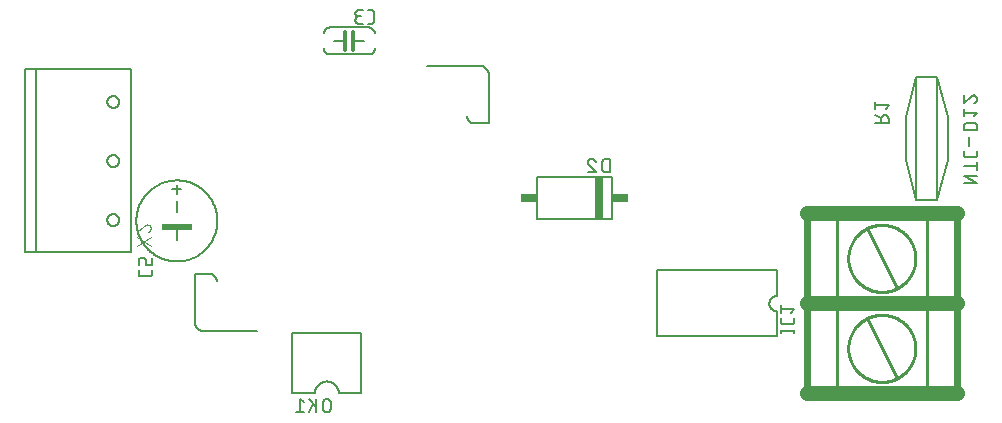
<source format=gbr>
G04 EAGLE Gerber X2 export*
%TF.Part,Single*%
%TF.FileFunction,Legend,Top,1*%
%TF.FilePolarity,Positive*%
%TF.GenerationSoftware,Autodesk,EAGLE,8.6.0*%
%TF.CreationDate,2018-01-30T03:25:42Z*%
G75*
%MOMM*%
%FSLAX34Y34*%
%LPD*%
%AMOC8*
5,1,8,0,0,1.08239X$1,22.5*%
G01*
%ADD10C,0.152400*%
%ADD11C,0.304800*%
%ADD12C,0.127000*%
%ADD13R,2.540000X0.508000*%
%ADD14R,0.635000X3.556000*%
%ADD15R,1.397000X0.762000*%
%ADD16C,0.609600*%
%ADD17C,1.270000*%
%ADD18C,0.254000*%
%ADD19C,0.101600*%


D10*
X-518160Y317500D02*
X-518162Y317640D01*
X-518168Y317780D01*
X-518177Y317920D01*
X-518191Y318059D01*
X-518208Y318198D01*
X-518229Y318336D01*
X-518254Y318474D01*
X-518283Y318611D01*
X-518315Y318747D01*
X-518352Y318882D01*
X-518392Y319016D01*
X-518435Y319149D01*
X-518483Y319281D01*
X-518533Y319412D01*
X-518588Y319541D01*
X-518646Y319668D01*
X-518707Y319794D01*
X-518772Y319918D01*
X-518841Y320040D01*
X-518912Y320160D01*
X-518987Y320278D01*
X-519065Y320395D01*
X-519147Y320509D01*
X-519231Y320620D01*
X-519319Y320729D01*
X-519409Y320836D01*
X-519503Y320941D01*
X-519599Y321042D01*
X-519698Y321141D01*
X-519799Y321237D01*
X-519904Y321331D01*
X-520011Y321421D01*
X-520120Y321509D01*
X-520231Y321593D01*
X-520345Y321675D01*
X-520462Y321753D01*
X-520580Y321828D01*
X-520700Y321899D01*
X-520822Y321968D01*
X-520946Y322033D01*
X-521072Y322094D01*
X-521199Y322152D01*
X-521328Y322207D01*
X-521459Y322257D01*
X-521591Y322305D01*
X-521724Y322348D01*
X-521858Y322388D01*
X-521993Y322425D01*
X-522129Y322457D01*
X-522266Y322486D01*
X-522404Y322511D01*
X-522542Y322532D01*
X-522681Y322549D01*
X-522820Y322563D01*
X-522960Y322572D01*
X-523100Y322578D01*
X-523240Y322580D01*
X-518160Y304800D02*
X-518162Y304660D01*
X-518168Y304520D01*
X-518177Y304380D01*
X-518191Y304241D01*
X-518208Y304102D01*
X-518229Y303964D01*
X-518254Y303826D01*
X-518283Y303689D01*
X-518315Y303553D01*
X-518352Y303418D01*
X-518392Y303284D01*
X-518435Y303151D01*
X-518483Y303019D01*
X-518533Y302888D01*
X-518588Y302759D01*
X-518646Y302632D01*
X-518707Y302506D01*
X-518772Y302382D01*
X-518841Y302260D01*
X-518912Y302140D01*
X-518987Y302022D01*
X-519065Y301905D01*
X-519147Y301791D01*
X-519231Y301680D01*
X-519319Y301571D01*
X-519409Y301464D01*
X-519503Y301359D01*
X-519599Y301258D01*
X-519698Y301159D01*
X-519799Y301063D01*
X-519904Y300969D01*
X-520011Y300879D01*
X-520120Y300791D01*
X-520231Y300707D01*
X-520345Y300625D01*
X-520462Y300547D01*
X-520580Y300472D01*
X-520700Y300401D01*
X-520822Y300332D01*
X-520946Y300267D01*
X-521072Y300206D01*
X-521199Y300148D01*
X-521328Y300093D01*
X-521459Y300043D01*
X-521591Y299995D01*
X-521724Y299952D01*
X-521858Y299912D01*
X-521993Y299875D01*
X-522129Y299843D01*
X-522266Y299814D01*
X-522404Y299789D01*
X-522542Y299768D01*
X-522681Y299751D01*
X-522820Y299737D01*
X-522960Y299728D01*
X-523100Y299722D01*
X-523240Y299720D01*
X-523240Y322580D02*
X-556260Y322580D01*
X-556260Y299720D02*
X-523240Y299720D01*
X-556260Y322580D02*
X-556400Y322578D01*
X-556540Y322572D01*
X-556680Y322563D01*
X-556819Y322549D01*
X-556958Y322532D01*
X-557096Y322511D01*
X-557234Y322486D01*
X-557371Y322457D01*
X-557507Y322425D01*
X-557642Y322388D01*
X-557776Y322348D01*
X-557909Y322305D01*
X-558041Y322257D01*
X-558172Y322207D01*
X-558301Y322152D01*
X-558428Y322094D01*
X-558554Y322033D01*
X-558678Y321968D01*
X-558800Y321899D01*
X-558920Y321828D01*
X-559038Y321753D01*
X-559155Y321675D01*
X-559269Y321593D01*
X-559380Y321509D01*
X-559489Y321421D01*
X-559596Y321331D01*
X-559701Y321237D01*
X-559802Y321141D01*
X-559901Y321042D01*
X-559997Y320941D01*
X-560091Y320836D01*
X-560181Y320729D01*
X-560269Y320620D01*
X-560353Y320509D01*
X-560435Y320395D01*
X-560513Y320278D01*
X-560588Y320160D01*
X-560659Y320040D01*
X-560728Y319918D01*
X-560793Y319794D01*
X-560854Y319668D01*
X-560912Y319541D01*
X-560967Y319412D01*
X-561017Y319281D01*
X-561065Y319149D01*
X-561108Y319016D01*
X-561148Y318882D01*
X-561185Y318747D01*
X-561217Y318611D01*
X-561246Y318474D01*
X-561271Y318336D01*
X-561292Y318198D01*
X-561309Y318059D01*
X-561323Y317920D01*
X-561332Y317780D01*
X-561338Y317640D01*
X-561340Y317500D01*
X-561340Y304800D02*
X-561338Y304660D01*
X-561332Y304520D01*
X-561323Y304380D01*
X-561309Y304241D01*
X-561292Y304102D01*
X-561271Y303964D01*
X-561246Y303826D01*
X-561217Y303689D01*
X-561185Y303553D01*
X-561148Y303418D01*
X-561108Y303284D01*
X-561065Y303151D01*
X-561017Y303019D01*
X-560967Y302888D01*
X-560912Y302759D01*
X-560854Y302632D01*
X-560793Y302506D01*
X-560728Y302382D01*
X-560659Y302260D01*
X-560588Y302140D01*
X-560513Y302022D01*
X-560435Y301905D01*
X-560353Y301791D01*
X-560269Y301680D01*
X-560181Y301571D01*
X-560091Y301464D01*
X-559997Y301359D01*
X-559901Y301258D01*
X-559802Y301159D01*
X-559701Y301063D01*
X-559596Y300969D01*
X-559489Y300879D01*
X-559380Y300791D01*
X-559269Y300707D01*
X-559155Y300625D01*
X-559038Y300547D01*
X-558920Y300472D01*
X-558800Y300401D01*
X-558678Y300332D01*
X-558554Y300267D01*
X-558428Y300206D01*
X-558301Y300148D01*
X-558172Y300093D01*
X-558041Y300043D01*
X-557909Y299995D01*
X-557776Y299952D01*
X-557642Y299912D01*
X-557507Y299875D01*
X-557371Y299843D01*
X-557234Y299814D01*
X-557096Y299789D01*
X-556958Y299768D01*
X-556819Y299751D01*
X-556680Y299737D01*
X-556540Y299728D01*
X-556400Y299722D01*
X-556260Y299720D01*
D11*
X-536702Y311150D02*
X-536702Y318770D01*
X-536702Y311150D02*
X-536702Y303530D01*
X-543052Y311150D02*
X-543052Y318770D01*
X-543052Y311150D02*
X-543052Y303530D01*
D10*
X-543052Y311150D02*
X-552450Y311150D01*
X-536702Y311150D02*
X-527050Y311150D01*
D12*
X-523875Y325755D02*
X-521335Y325755D01*
X-521235Y325757D01*
X-521136Y325763D01*
X-521036Y325773D01*
X-520938Y325786D01*
X-520839Y325804D01*
X-520742Y325825D01*
X-520646Y325850D01*
X-520550Y325879D01*
X-520456Y325912D01*
X-520363Y325948D01*
X-520272Y325988D01*
X-520182Y326032D01*
X-520094Y326079D01*
X-520008Y326129D01*
X-519924Y326183D01*
X-519842Y326240D01*
X-519763Y326300D01*
X-519685Y326364D01*
X-519611Y326430D01*
X-519539Y326499D01*
X-519470Y326571D01*
X-519404Y326645D01*
X-519340Y326723D01*
X-519280Y326802D01*
X-519223Y326884D01*
X-519169Y326968D01*
X-519119Y327054D01*
X-519072Y327142D01*
X-519028Y327232D01*
X-518988Y327323D01*
X-518952Y327416D01*
X-518919Y327510D01*
X-518890Y327606D01*
X-518865Y327702D01*
X-518844Y327799D01*
X-518826Y327898D01*
X-518813Y327996D01*
X-518803Y328096D01*
X-518797Y328195D01*
X-518795Y328295D01*
X-518795Y334645D01*
X-518797Y334745D01*
X-518803Y334844D01*
X-518813Y334944D01*
X-518826Y335042D01*
X-518844Y335141D01*
X-518865Y335238D01*
X-518890Y335334D01*
X-518919Y335430D01*
X-518952Y335524D01*
X-518988Y335617D01*
X-519028Y335708D01*
X-519072Y335798D01*
X-519119Y335886D01*
X-519169Y335972D01*
X-519223Y336056D01*
X-519280Y336138D01*
X-519340Y336217D01*
X-519404Y336295D01*
X-519470Y336369D01*
X-519539Y336441D01*
X-519611Y336510D01*
X-519685Y336576D01*
X-519763Y336640D01*
X-519842Y336700D01*
X-519924Y336757D01*
X-520008Y336811D01*
X-520094Y336861D01*
X-520182Y336908D01*
X-520272Y336952D01*
X-520363Y336992D01*
X-520456Y337028D01*
X-520550Y337061D01*
X-520646Y337090D01*
X-520742Y337115D01*
X-520839Y337136D01*
X-520938Y337154D01*
X-521036Y337167D01*
X-521136Y337177D01*
X-521235Y337183D01*
X-521335Y337185D01*
X-523875Y337185D01*
X-528357Y325755D02*
X-531532Y325755D01*
X-531643Y325757D01*
X-531753Y325763D01*
X-531864Y325772D01*
X-531974Y325786D01*
X-532083Y325803D01*
X-532192Y325824D01*
X-532300Y325849D01*
X-532407Y325878D01*
X-532513Y325910D01*
X-532618Y325946D01*
X-532721Y325986D01*
X-532823Y326029D01*
X-532924Y326076D01*
X-533023Y326127D01*
X-533120Y326180D01*
X-533214Y326237D01*
X-533307Y326298D01*
X-533398Y326361D01*
X-533487Y326428D01*
X-533573Y326498D01*
X-533656Y326571D01*
X-533738Y326646D01*
X-533816Y326724D01*
X-533891Y326806D01*
X-533964Y326889D01*
X-534034Y326975D01*
X-534101Y327064D01*
X-534164Y327155D01*
X-534225Y327248D01*
X-534282Y327343D01*
X-534335Y327439D01*
X-534386Y327538D01*
X-534433Y327639D01*
X-534476Y327741D01*
X-534516Y327844D01*
X-534552Y327949D01*
X-534584Y328055D01*
X-534613Y328162D01*
X-534638Y328270D01*
X-534659Y328379D01*
X-534676Y328488D01*
X-534690Y328598D01*
X-534699Y328709D01*
X-534705Y328819D01*
X-534707Y328930D01*
X-534705Y329041D01*
X-534699Y329151D01*
X-534690Y329262D01*
X-534676Y329372D01*
X-534659Y329481D01*
X-534638Y329590D01*
X-534613Y329698D01*
X-534584Y329805D01*
X-534552Y329911D01*
X-534516Y330016D01*
X-534476Y330119D01*
X-534433Y330221D01*
X-534386Y330322D01*
X-534335Y330421D01*
X-534282Y330518D01*
X-534225Y330612D01*
X-534164Y330705D01*
X-534101Y330796D01*
X-534034Y330885D01*
X-533964Y330971D01*
X-533891Y331054D01*
X-533816Y331136D01*
X-533738Y331214D01*
X-533656Y331289D01*
X-533573Y331362D01*
X-533487Y331432D01*
X-533398Y331499D01*
X-533307Y331562D01*
X-533214Y331623D01*
X-533120Y331680D01*
X-533023Y331733D01*
X-532924Y331784D01*
X-532823Y331831D01*
X-532721Y331874D01*
X-532618Y331914D01*
X-532513Y331950D01*
X-532407Y331982D01*
X-532300Y332011D01*
X-532192Y332036D01*
X-532083Y332057D01*
X-531974Y332074D01*
X-531864Y332088D01*
X-531753Y332097D01*
X-531643Y332103D01*
X-531532Y332105D01*
X-532167Y337185D02*
X-528357Y337185D01*
X-532167Y337185D02*
X-532267Y337183D01*
X-532366Y337177D01*
X-532466Y337167D01*
X-532564Y337154D01*
X-532663Y337136D01*
X-532760Y337115D01*
X-532856Y337090D01*
X-532952Y337061D01*
X-533046Y337028D01*
X-533139Y336992D01*
X-533230Y336952D01*
X-533320Y336908D01*
X-533408Y336861D01*
X-533494Y336811D01*
X-533578Y336757D01*
X-533660Y336700D01*
X-533739Y336640D01*
X-533817Y336576D01*
X-533891Y336510D01*
X-533963Y336441D01*
X-534032Y336369D01*
X-534098Y336295D01*
X-534162Y336217D01*
X-534222Y336138D01*
X-534279Y336056D01*
X-534333Y335972D01*
X-534383Y335886D01*
X-534430Y335798D01*
X-534474Y335708D01*
X-534514Y335617D01*
X-534550Y335524D01*
X-534583Y335430D01*
X-534612Y335334D01*
X-534637Y335238D01*
X-534658Y335141D01*
X-534676Y335042D01*
X-534689Y334944D01*
X-534699Y334844D01*
X-534705Y334745D01*
X-534707Y334645D01*
X-534705Y334545D01*
X-534699Y334446D01*
X-534689Y334346D01*
X-534676Y334248D01*
X-534658Y334149D01*
X-534637Y334052D01*
X-534612Y333956D01*
X-534583Y333860D01*
X-534550Y333766D01*
X-534514Y333673D01*
X-534474Y333582D01*
X-534430Y333492D01*
X-534383Y333404D01*
X-534333Y333318D01*
X-534279Y333234D01*
X-534222Y333152D01*
X-534162Y333073D01*
X-534098Y332995D01*
X-534032Y332921D01*
X-533963Y332849D01*
X-533891Y332780D01*
X-533817Y332714D01*
X-533739Y332650D01*
X-533660Y332590D01*
X-533578Y332533D01*
X-533494Y332479D01*
X-533408Y332429D01*
X-533320Y332382D01*
X-533230Y332338D01*
X-533139Y332298D01*
X-533046Y332262D01*
X-532952Y332229D01*
X-532856Y332200D01*
X-532760Y332175D01*
X-532663Y332154D01*
X-532564Y332136D01*
X-532466Y332123D01*
X-532366Y332113D01*
X-532267Y332107D01*
X-532167Y332105D01*
X-529627Y332105D01*
D10*
X-685800Y189230D02*
X-685800Y181610D01*
X-681990Y185420D02*
X-689610Y185420D01*
X-685800Y175260D02*
X-685800Y166370D01*
X-685800Y152400D02*
X-685800Y142240D01*
X-720090Y158750D02*
X-720080Y159592D01*
X-720049Y160433D01*
X-719997Y161273D01*
X-719925Y162111D01*
X-719832Y162947D01*
X-719719Y163781D01*
X-719585Y164612D01*
X-719431Y165440D01*
X-719257Y166263D01*
X-719062Y167082D01*
X-718848Y167896D01*
X-718613Y168704D01*
X-718359Y169506D01*
X-718086Y170302D01*
X-717792Y171091D01*
X-717480Y171872D01*
X-717148Y172646D01*
X-716798Y173411D01*
X-716429Y174167D01*
X-716041Y174914D01*
X-715635Y175651D01*
X-715212Y176379D01*
X-714770Y177095D01*
X-714311Y177801D01*
X-713835Y178494D01*
X-713342Y179177D01*
X-712832Y179846D01*
X-712307Y180503D01*
X-711765Y181147D01*
X-711207Y181778D01*
X-710634Y182394D01*
X-710047Y182997D01*
X-709444Y183584D01*
X-708828Y184157D01*
X-708197Y184715D01*
X-707553Y185257D01*
X-706896Y185782D01*
X-706227Y186292D01*
X-705544Y186785D01*
X-704851Y187261D01*
X-704145Y187720D01*
X-703429Y188162D01*
X-702701Y188585D01*
X-701964Y188991D01*
X-701217Y189379D01*
X-700461Y189748D01*
X-699696Y190098D01*
X-698922Y190430D01*
X-698141Y190742D01*
X-697352Y191036D01*
X-696556Y191309D01*
X-695754Y191563D01*
X-694946Y191798D01*
X-694132Y192012D01*
X-693313Y192207D01*
X-692490Y192381D01*
X-691662Y192535D01*
X-690831Y192669D01*
X-689997Y192782D01*
X-689161Y192875D01*
X-688323Y192947D01*
X-687483Y192999D01*
X-686642Y193030D01*
X-685800Y193040D01*
X-684958Y193030D01*
X-684117Y192999D01*
X-683277Y192947D01*
X-682439Y192875D01*
X-681603Y192782D01*
X-680769Y192669D01*
X-679938Y192535D01*
X-679110Y192381D01*
X-678287Y192207D01*
X-677468Y192012D01*
X-676654Y191798D01*
X-675846Y191563D01*
X-675044Y191309D01*
X-674248Y191036D01*
X-673459Y190742D01*
X-672678Y190430D01*
X-671904Y190098D01*
X-671139Y189748D01*
X-670383Y189379D01*
X-669636Y188991D01*
X-668899Y188585D01*
X-668171Y188162D01*
X-667455Y187720D01*
X-666749Y187261D01*
X-666056Y186785D01*
X-665373Y186292D01*
X-664704Y185782D01*
X-664047Y185257D01*
X-663403Y184715D01*
X-662772Y184157D01*
X-662156Y183584D01*
X-661553Y182997D01*
X-660966Y182394D01*
X-660393Y181778D01*
X-659835Y181147D01*
X-659293Y180503D01*
X-658768Y179846D01*
X-658258Y179177D01*
X-657765Y178494D01*
X-657289Y177801D01*
X-656830Y177095D01*
X-656388Y176379D01*
X-655965Y175651D01*
X-655559Y174914D01*
X-655171Y174167D01*
X-654802Y173411D01*
X-654452Y172646D01*
X-654120Y171872D01*
X-653808Y171091D01*
X-653514Y170302D01*
X-653241Y169506D01*
X-652987Y168704D01*
X-652752Y167896D01*
X-652538Y167082D01*
X-652343Y166263D01*
X-652169Y165440D01*
X-652015Y164612D01*
X-651881Y163781D01*
X-651768Y162947D01*
X-651675Y162111D01*
X-651603Y161273D01*
X-651551Y160433D01*
X-651520Y159592D01*
X-651510Y158750D01*
X-651520Y157908D01*
X-651551Y157067D01*
X-651603Y156227D01*
X-651675Y155389D01*
X-651768Y154553D01*
X-651881Y153719D01*
X-652015Y152888D01*
X-652169Y152060D01*
X-652343Y151237D01*
X-652538Y150418D01*
X-652752Y149604D01*
X-652987Y148796D01*
X-653241Y147994D01*
X-653514Y147198D01*
X-653808Y146409D01*
X-654120Y145628D01*
X-654452Y144854D01*
X-654802Y144089D01*
X-655171Y143333D01*
X-655559Y142586D01*
X-655965Y141849D01*
X-656388Y141121D01*
X-656830Y140405D01*
X-657289Y139699D01*
X-657765Y139006D01*
X-658258Y138323D01*
X-658768Y137654D01*
X-659293Y136997D01*
X-659835Y136353D01*
X-660393Y135722D01*
X-660966Y135106D01*
X-661553Y134503D01*
X-662156Y133916D01*
X-662772Y133343D01*
X-663403Y132785D01*
X-664047Y132243D01*
X-664704Y131718D01*
X-665373Y131208D01*
X-666056Y130715D01*
X-666749Y130239D01*
X-667455Y129780D01*
X-668171Y129338D01*
X-668899Y128915D01*
X-669636Y128509D01*
X-670383Y128121D01*
X-671139Y127752D01*
X-671904Y127402D01*
X-672678Y127070D01*
X-673459Y126758D01*
X-674248Y126464D01*
X-675044Y126191D01*
X-675846Y125937D01*
X-676654Y125702D01*
X-677468Y125488D01*
X-678287Y125293D01*
X-679110Y125119D01*
X-679938Y124965D01*
X-680769Y124831D01*
X-681603Y124718D01*
X-682439Y124625D01*
X-683277Y124553D01*
X-684117Y124501D01*
X-684958Y124470D01*
X-685800Y124460D01*
X-686642Y124470D01*
X-687483Y124501D01*
X-688323Y124553D01*
X-689161Y124625D01*
X-689997Y124718D01*
X-690831Y124831D01*
X-691662Y124965D01*
X-692490Y125119D01*
X-693313Y125293D01*
X-694132Y125488D01*
X-694946Y125702D01*
X-695754Y125937D01*
X-696556Y126191D01*
X-697352Y126464D01*
X-698141Y126758D01*
X-698922Y127070D01*
X-699696Y127402D01*
X-700461Y127752D01*
X-701217Y128121D01*
X-701964Y128509D01*
X-702701Y128915D01*
X-703429Y129338D01*
X-704145Y129780D01*
X-704851Y130239D01*
X-705544Y130715D01*
X-706227Y131208D01*
X-706896Y131718D01*
X-707553Y132243D01*
X-708197Y132785D01*
X-708828Y133343D01*
X-709444Y133916D01*
X-710047Y134503D01*
X-710634Y135106D01*
X-711207Y135722D01*
X-711765Y136353D01*
X-712307Y136997D01*
X-712832Y137654D01*
X-713342Y138323D01*
X-713835Y139006D01*
X-714311Y139699D01*
X-714770Y140405D01*
X-715212Y141121D01*
X-715635Y141849D01*
X-716041Y142586D01*
X-716429Y143333D01*
X-716798Y144089D01*
X-717148Y144854D01*
X-717480Y145628D01*
X-717792Y146409D01*
X-718086Y147198D01*
X-718359Y147994D01*
X-718613Y148796D01*
X-718848Y149604D01*
X-719062Y150418D01*
X-719257Y151237D01*
X-719431Y152060D01*
X-719585Y152888D01*
X-719719Y153719D01*
X-719832Y154553D01*
X-719925Y155389D01*
X-719997Y156227D01*
X-720049Y157067D01*
X-720080Y157908D01*
X-720090Y158750D01*
D12*
X-718185Y116803D02*
X-718185Y114263D01*
X-718183Y114163D01*
X-718177Y114064D01*
X-718167Y113964D01*
X-718154Y113866D01*
X-718136Y113767D01*
X-718115Y113670D01*
X-718090Y113574D01*
X-718061Y113478D01*
X-718028Y113384D01*
X-717992Y113291D01*
X-717952Y113200D01*
X-717908Y113110D01*
X-717861Y113022D01*
X-717811Y112936D01*
X-717757Y112852D01*
X-717700Y112770D01*
X-717640Y112691D01*
X-717576Y112613D01*
X-717510Y112539D01*
X-717441Y112467D01*
X-717369Y112398D01*
X-717295Y112332D01*
X-717217Y112268D01*
X-717138Y112208D01*
X-717056Y112151D01*
X-716972Y112097D01*
X-716886Y112047D01*
X-716798Y112000D01*
X-716708Y111956D01*
X-716617Y111916D01*
X-716524Y111880D01*
X-716430Y111847D01*
X-716334Y111818D01*
X-716238Y111793D01*
X-716141Y111772D01*
X-716042Y111754D01*
X-715944Y111741D01*
X-715844Y111731D01*
X-715745Y111725D01*
X-715645Y111723D01*
X-709295Y111723D01*
X-709195Y111725D01*
X-709096Y111731D01*
X-708996Y111741D01*
X-708898Y111754D01*
X-708799Y111772D01*
X-708702Y111793D01*
X-708606Y111818D01*
X-708510Y111847D01*
X-708416Y111880D01*
X-708323Y111916D01*
X-708232Y111956D01*
X-708142Y112000D01*
X-708054Y112047D01*
X-707968Y112097D01*
X-707884Y112151D01*
X-707802Y112208D01*
X-707723Y112268D01*
X-707645Y112332D01*
X-707571Y112398D01*
X-707499Y112467D01*
X-707430Y112539D01*
X-707364Y112613D01*
X-707300Y112691D01*
X-707240Y112770D01*
X-707183Y112852D01*
X-707129Y112936D01*
X-707079Y113022D01*
X-707032Y113110D01*
X-706988Y113200D01*
X-706948Y113291D01*
X-706912Y113384D01*
X-706879Y113478D01*
X-706850Y113574D01*
X-706825Y113670D01*
X-706804Y113767D01*
X-706786Y113866D01*
X-706773Y113964D01*
X-706763Y114064D01*
X-706757Y114163D01*
X-706755Y114263D01*
X-706755Y116803D01*
X-718185Y121285D02*
X-718185Y125095D01*
X-718183Y125195D01*
X-718177Y125294D01*
X-718167Y125394D01*
X-718154Y125492D01*
X-718136Y125591D01*
X-718115Y125688D01*
X-718090Y125784D01*
X-718061Y125880D01*
X-718028Y125974D01*
X-717992Y126067D01*
X-717952Y126158D01*
X-717908Y126248D01*
X-717861Y126336D01*
X-717811Y126422D01*
X-717757Y126506D01*
X-717700Y126588D01*
X-717640Y126667D01*
X-717576Y126745D01*
X-717510Y126819D01*
X-717441Y126891D01*
X-717369Y126960D01*
X-717295Y127026D01*
X-717217Y127090D01*
X-717138Y127150D01*
X-717056Y127207D01*
X-716972Y127261D01*
X-716886Y127311D01*
X-716798Y127358D01*
X-716708Y127402D01*
X-716617Y127442D01*
X-716524Y127478D01*
X-716430Y127511D01*
X-716334Y127540D01*
X-716238Y127565D01*
X-716141Y127586D01*
X-716042Y127604D01*
X-715944Y127617D01*
X-715844Y127627D01*
X-715745Y127633D01*
X-715645Y127635D01*
X-714375Y127635D01*
X-714275Y127633D01*
X-714176Y127627D01*
X-714076Y127617D01*
X-713978Y127604D01*
X-713879Y127586D01*
X-713782Y127565D01*
X-713686Y127540D01*
X-713590Y127511D01*
X-713496Y127478D01*
X-713403Y127442D01*
X-713312Y127402D01*
X-713222Y127358D01*
X-713134Y127311D01*
X-713048Y127261D01*
X-712964Y127207D01*
X-712882Y127150D01*
X-712803Y127090D01*
X-712725Y127026D01*
X-712651Y126960D01*
X-712579Y126891D01*
X-712510Y126819D01*
X-712444Y126745D01*
X-712380Y126667D01*
X-712320Y126588D01*
X-712263Y126506D01*
X-712209Y126422D01*
X-712159Y126336D01*
X-712112Y126248D01*
X-712068Y126158D01*
X-712028Y126067D01*
X-711992Y125974D01*
X-711959Y125880D01*
X-711930Y125784D01*
X-711905Y125688D01*
X-711884Y125591D01*
X-711866Y125492D01*
X-711853Y125394D01*
X-711843Y125294D01*
X-711837Y125195D01*
X-711835Y125095D01*
X-711835Y121285D01*
X-706755Y121285D01*
X-706755Y127635D01*
D13*
X-685800Y153670D03*
D10*
X-381000Y160020D02*
X-317500Y160020D01*
X-317500Y195580D02*
X-381000Y195580D01*
X-381000Y160020D01*
X-317500Y160020D02*
X-317500Y195580D01*
D12*
X-319405Y200025D02*
X-319405Y211455D01*
X-322580Y211455D01*
X-322691Y211453D01*
X-322801Y211447D01*
X-322912Y211438D01*
X-323022Y211424D01*
X-323131Y211407D01*
X-323240Y211386D01*
X-323348Y211361D01*
X-323455Y211332D01*
X-323561Y211300D01*
X-323666Y211264D01*
X-323769Y211224D01*
X-323871Y211181D01*
X-323972Y211134D01*
X-324071Y211083D01*
X-324168Y211030D01*
X-324262Y210973D01*
X-324355Y210912D01*
X-324446Y210849D01*
X-324535Y210782D01*
X-324621Y210712D01*
X-324704Y210639D01*
X-324786Y210564D01*
X-324864Y210486D01*
X-324939Y210404D01*
X-325012Y210321D01*
X-325082Y210235D01*
X-325149Y210146D01*
X-325212Y210055D01*
X-325273Y209962D01*
X-325330Y209868D01*
X-325383Y209771D01*
X-325434Y209672D01*
X-325481Y209571D01*
X-325524Y209469D01*
X-325564Y209366D01*
X-325600Y209261D01*
X-325632Y209155D01*
X-325661Y209048D01*
X-325686Y208940D01*
X-325707Y208831D01*
X-325724Y208722D01*
X-325738Y208612D01*
X-325747Y208501D01*
X-325753Y208391D01*
X-325755Y208280D01*
X-325755Y203200D01*
X-325753Y203089D01*
X-325747Y202979D01*
X-325738Y202868D01*
X-325724Y202758D01*
X-325707Y202649D01*
X-325686Y202540D01*
X-325661Y202432D01*
X-325632Y202325D01*
X-325600Y202219D01*
X-325564Y202114D01*
X-325524Y202011D01*
X-325481Y201909D01*
X-325434Y201808D01*
X-325383Y201709D01*
X-325330Y201613D01*
X-325273Y201518D01*
X-325212Y201425D01*
X-325149Y201334D01*
X-325082Y201245D01*
X-325012Y201159D01*
X-324939Y201076D01*
X-324864Y200994D01*
X-324786Y200916D01*
X-324704Y200841D01*
X-324621Y200768D01*
X-324535Y200698D01*
X-324446Y200631D01*
X-324355Y200568D01*
X-324262Y200507D01*
X-324168Y200450D01*
X-324071Y200397D01*
X-323972Y200346D01*
X-323871Y200299D01*
X-323769Y200256D01*
X-323666Y200216D01*
X-323561Y200180D01*
X-323455Y200148D01*
X-323348Y200119D01*
X-323240Y200094D01*
X-323131Y200073D01*
X-323022Y200056D01*
X-322912Y200042D01*
X-322801Y200033D01*
X-322691Y200027D01*
X-322580Y200025D01*
X-319405Y200025D01*
X-334709Y211456D02*
X-334813Y211454D01*
X-334918Y211448D01*
X-335022Y211439D01*
X-335125Y211426D01*
X-335228Y211408D01*
X-335330Y211388D01*
X-335432Y211363D01*
X-335532Y211335D01*
X-335632Y211303D01*
X-335730Y211267D01*
X-335827Y211228D01*
X-335922Y211186D01*
X-336016Y211140D01*
X-336108Y211090D01*
X-336198Y211038D01*
X-336286Y210982D01*
X-336372Y210922D01*
X-336456Y210860D01*
X-336537Y210795D01*
X-336616Y210727D01*
X-336693Y210655D01*
X-336766Y210582D01*
X-336838Y210505D01*
X-336906Y210426D01*
X-336971Y210345D01*
X-337033Y210261D01*
X-337093Y210175D01*
X-337149Y210087D01*
X-337201Y209997D01*
X-337251Y209905D01*
X-337297Y209811D01*
X-337339Y209716D01*
X-337378Y209619D01*
X-337414Y209521D01*
X-337446Y209421D01*
X-337474Y209321D01*
X-337499Y209219D01*
X-337519Y209117D01*
X-337537Y209014D01*
X-337550Y208911D01*
X-337559Y208807D01*
X-337565Y208702D01*
X-337567Y208598D01*
X-334709Y211455D02*
X-334591Y211453D01*
X-334472Y211447D01*
X-334354Y211438D01*
X-334237Y211425D01*
X-334120Y211407D01*
X-334003Y211387D01*
X-333887Y211362D01*
X-333772Y211334D01*
X-333659Y211301D01*
X-333546Y211266D01*
X-333434Y211226D01*
X-333324Y211184D01*
X-333215Y211137D01*
X-333107Y211087D01*
X-333002Y211034D01*
X-332898Y210977D01*
X-332796Y210917D01*
X-332696Y210854D01*
X-332598Y210787D01*
X-332502Y210718D01*
X-332409Y210645D01*
X-332318Y210569D01*
X-332229Y210491D01*
X-332143Y210409D01*
X-332060Y210325D01*
X-331979Y210239D01*
X-331902Y210149D01*
X-331827Y210058D01*
X-331755Y209964D01*
X-331686Y209867D01*
X-331621Y209769D01*
X-331558Y209668D01*
X-331499Y209565D01*
X-331443Y209461D01*
X-331391Y209355D01*
X-331342Y209247D01*
X-331297Y209138D01*
X-331255Y209027D01*
X-331217Y208915D01*
X-336614Y206376D02*
X-336690Y206451D01*
X-336765Y206530D01*
X-336836Y206611D01*
X-336905Y206695D01*
X-336970Y206781D01*
X-337032Y206869D01*
X-337092Y206959D01*
X-337148Y207051D01*
X-337201Y207146D01*
X-337250Y207242D01*
X-337296Y207340D01*
X-337339Y207439D01*
X-337378Y207540D01*
X-337413Y207642D01*
X-337445Y207745D01*
X-337473Y207849D01*
X-337498Y207954D01*
X-337519Y208061D01*
X-337536Y208167D01*
X-337549Y208274D01*
X-337558Y208382D01*
X-337564Y208490D01*
X-337566Y208598D01*
X-336614Y206375D02*
X-331216Y200025D01*
X-337566Y200025D01*
D14*
X-328295Y177800D03*
D15*
X-310515Y177800D03*
X-387985Y177800D03*
D10*
X-177800Y95250D02*
X-177958Y95248D01*
X-178117Y95242D01*
X-178275Y95232D01*
X-178432Y95218D01*
X-178590Y95201D01*
X-178746Y95179D01*
X-178903Y95154D01*
X-179058Y95124D01*
X-179213Y95091D01*
X-179367Y95054D01*
X-179520Y95013D01*
X-179672Y94968D01*
X-179822Y94919D01*
X-179972Y94867D01*
X-180120Y94811D01*
X-180267Y94751D01*
X-180412Y94688D01*
X-180555Y94621D01*
X-180697Y94551D01*
X-180837Y94477D01*
X-180975Y94399D01*
X-181111Y94318D01*
X-181245Y94234D01*
X-181377Y94147D01*
X-181507Y94056D01*
X-181634Y93962D01*
X-181759Y93865D01*
X-181882Y93764D01*
X-182002Y93661D01*
X-182119Y93555D01*
X-182234Y93446D01*
X-182346Y93334D01*
X-182455Y93219D01*
X-182561Y93102D01*
X-182664Y92982D01*
X-182765Y92859D01*
X-182862Y92734D01*
X-182956Y92607D01*
X-183047Y92477D01*
X-183134Y92345D01*
X-183218Y92211D01*
X-183299Y92075D01*
X-183377Y91937D01*
X-183451Y91797D01*
X-183521Y91655D01*
X-183588Y91512D01*
X-183651Y91367D01*
X-183711Y91220D01*
X-183767Y91072D01*
X-183819Y90922D01*
X-183868Y90772D01*
X-183913Y90620D01*
X-183954Y90467D01*
X-183991Y90313D01*
X-184024Y90158D01*
X-184054Y90003D01*
X-184079Y89846D01*
X-184101Y89690D01*
X-184118Y89532D01*
X-184132Y89375D01*
X-184142Y89217D01*
X-184148Y89058D01*
X-184150Y88900D01*
X-184148Y88742D01*
X-184142Y88583D01*
X-184132Y88425D01*
X-184118Y88268D01*
X-184101Y88110D01*
X-184079Y87954D01*
X-184054Y87797D01*
X-184024Y87642D01*
X-183991Y87487D01*
X-183954Y87333D01*
X-183913Y87180D01*
X-183868Y87028D01*
X-183819Y86878D01*
X-183767Y86728D01*
X-183711Y86580D01*
X-183651Y86433D01*
X-183588Y86288D01*
X-183521Y86145D01*
X-183451Y86003D01*
X-183377Y85863D01*
X-183299Y85725D01*
X-183218Y85589D01*
X-183134Y85455D01*
X-183047Y85323D01*
X-182956Y85193D01*
X-182862Y85066D01*
X-182765Y84941D01*
X-182664Y84818D01*
X-182561Y84698D01*
X-182455Y84581D01*
X-182346Y84466D01*
X-182234Y84354D01*
X-182119Y84245D01*
X-182002Y84139D01*
X-181882Y84036D01*
X-181759Y83935D01*
X-181634Y83838D01*
X-181507Y83744D01*
X-181377Y83653D01*
X-181245Y83566D01*
X-181111Y83482D01*
X-180975Y83401D01*
X-180837Y83323D01*
X-180697Y83249D01*
X-180555Y83179D01*
X-180412Y83112D01*
X-180267Y83049D01*
X-180120Y82989D01*
X-179972Y82933D01*
X-179822Y82881D01*
X-179672Y82832D01*
X-179520Y82787D01*
X-179367Y82746D01*
X-179213Y82709D01*
X-179058Y82676D01*
X-178903Y82646D01*
X-178746Y82621D01*
X-178590Y82599D01*
X-178432Y82582D01*
X-178275Y82568D01*
X-178117Y82558D01*
X-177958Y82552D01*
X-177800Y82550D01*
X-177800Y60960D01*
X-279400Y60960D01*
X-279400Y116840D01*
X-177800Y116840D01*
X-177800Y95250D01*
D12*
X-174371Y65405D02*
X-162941Y65405D01*
X-174371Y64135D02*
X-174371Y66675D01*
X-162941Y66675D02*
X-162941Y64135D01*
X-174371Y73877D02*
X-174371Y76417D01*
X-174371Y73877D02*
X-174369Y73777D01*
X-174363Y73678D01*
X-174353Y73578D01*
X-174340Y73480D01*
X-174322Y73381D01*
X-174301Y73284D01*
X-174276Y73188D01*
X-174247Y73092D01*
X-174214Y72998D01*
X-174178Y72905D01*
X-174138Y72814D01*
X-174094Y72724D01*
X-174047Y72636D01*
X-173997Y72550D01*
X-173943Y72466D01*
X-173886Y72384D01*
X-173826Y72305D01*
X-173762Y72227D01*
X-173696Y72153D01*
X-173627Y72081D01*
X-173555Y72012D01*
X-173481Y71946D01*
X-173403Y71882D01*
X-173324Y71822D01*
X-173242Y71765D01*
X-173158Y71711D01*
X-173072Y71661D01*
X-172984Y71614D01*
X-172894Y71570D01*
X-172803Y71530D01*
X-172710Y71494D01*
X-172616Y71461D01*
X-172520Y71432D01*
X-172424Y71407D01*
X-172327Y71386D01*
X-172228Y71368D01*
X-172130Y71355D01*
X-172030Y71345D01*
X-171931Y71339D01*
X-171831Y71337D01*
X-165481Y71337D01*
X-165381Y71339D01*
X-165282Y71345D01*
X-165182Y71355D01*
X-165084Y71368D01*
X-164985Y71386D01*
X-164888Y71407D01*
X-164792Y71432D01*
X-164696Y71461D01*
X-164602Y71494D01*
X-164509Y71530D01*
X-164418Y71570D01*
X-164328Y71614D01*
X-164240Y71661D01*
X-164154Y71711D01*
X-164070Y71765D01*
X-163988Y71822D01*
X-163909Y71882D01*
X-163831Y71946D01*
X-163757Y72012D01*
X-163685Y72081D01*
X-163616Y72153D01*
X-163550Y72227D01*
X-163486Y72305D01*
X-163426Y72384D01*
X-163369Y72466D01*
X-163315Y72550D01*
X-163265Y72636D01*
X-163218Y72724D01*
X-163174Y72814D01*
X-163134Y72905D01*
X-163098Y72998D01*
X-163065Y73092D01*
X-163036Y73188D01*
X-163011Y73284D01*
X-162990Y73381D01*
X-162972Y73480D01*
X-162959Y73578D01*
X-162949Y73678D01*
X-162943Y73777D01*
X-162941Y73877D01*
X-162941Y76417D01*
X-165481Y80899D02*
X-162941Y84074D01*
X-174371Y84074D01*
X-174371Y80899D02*
X-174371Y87249D01*
D10*
X-529590Y63500D02*
X-529590Y12700D01*
X-588010Y12700D02*
X-588010Y63500D01*
X-529590Y63500D01*
X-529590Y12700D02*
X-548640Y12700D01*
X-568960Y12700D02*
X-588010Y12700D01*
X-568960Y12700D02*
X-568957Y12947D01*
X-568948Y13195D01*
X-568933Y13442D01*
X-568912Y13688D01*
X-568885Y13934D01*
X-568852Y14179D01*
X-568813Y14424D01*
X-568768Y14667D01*
X-568717Y14909D01*
X-568660Y15150D01*
X-568598Y15389D01*
X-568529Y15627D01*
X-568455Y15863D01*
X-568375Y16097D01*
X-568290Y16329D01*
X-568198Y16559D01*
X-568102Y16787D01*
X-567999Y17012D01*
X-567892Y17235D01*
X-567778Y17455D01*
X-567660Y17672D01*
X-567536Y17887D01*
X-567407Y18098D01*
X-567273Y18306D01*
X-567134Y18511D01*
X-566990Y18712D01*
X-566842Y18910D01*
X-566688Y19104D01*
X-566530Y19294D01*
X-566367Y19480D01*
X-566200Y19662D01*
X-566028Y19840D01*
X-565852Y20014D01*
X-565672Y20184D01*
X-565487Y20349D01*
X-565299Y20509D01*
X-565107Y20665D01*
X-564911Y20817D01*
X-564712Y20963D01*
X-564509Y21105D01*
X-564302Y21241D01*
X-564093Y21373D01*
X-563880Y21499D01*
X-563664Y21620D01*
X-563446Y21736D01*
X-563224Y21846D01*
X-563000Y21951D01*
X-562774Y22051D01*
X-562545Y22145D01*
X-562314Y22233D01*
X-562080Y22316D01*
X-561845Y22393D01*
X-561608Y22464D01*
X-561370Y22530D01*
X-561130Y22589D01*
X-560888Y22643D01*
X-560645Y22691D01*
X-560402Y22733D01*
X-560157Y22769D01*
X-559911Y22799D01*
X-559665Y22823D01*
X-559418Y22841D01*
X-559171Y22853D01*
X-558924Y22859D01*
X-558676Y22859D01*
X-558429Y22853D01*
X-558182Y22841D01*
X-557935Y22823D01*
X-557689Y22799D01*
X-557443Y22769D01*
X-557198Y22733D01*
X-556955Y22691D01*
X-556712Y22643D01*
X-556470Y22589D01*
X-556230Y22530D01*
X-555992Y22464D01*
X-555755Y22393D01*
X-555520Y22316D01*
X-555286Y22233D01*
X-555055Y22145D01*
X-554826Y22051D01*
X-554600Y21951D01*
X-554376Y21846D01*
X-554154Y21736D01*
X-553936Y21620D01*
X-553720Y21499D01*
X-553507Y21373D01*
X-553298Y21241D01*
X-553091Y21105D01*
X-552888Y20963D01*
X-552689Y20817D01*
X-552493Y20665D01*
X-552301Y20509D01*
X-552113Y20349D01*
X-551928Y20184D01*
X-551748Y20014D01*
X-551572Y19840D01*
X-551400Y19662D01*
X-551233Y19480D01*
X-551070Y19294D01*
X-550912Y19104D01*
X-550758Y18910D01*
X-550610Y18712D01*
X-550466Y18511D01*
X-550327Y18306D01*
X-550193Y18098D01*
X-550064Y17887D01*
X-549940Y17672D01*
X-549822Y17455D01*
X-549708Y17235D01*
X-549601Y17012D01*
X-549498Y16787D01*
X-549402Y16559D01*
X-549310Y16329D01*
X-549225Y16097D01*
X-549145Y15863D01*
X-549071Y15627D01*
X-549002Y15389D01*
X-548940Y15150D01*
X-548883Y14909D01*
X-548832Y14667D01*
X-548787Y14424D01*
X-548748Y14179D01*
X-548715Y13934D01*
X-548688Y13688D01*
X-548667Y13442D01*
X-548652Y13195D01*
X-548643Y12947D01*
X-548640Y12700D01*
D12*
X-555625Y5080D02*
X-555625Y0D01*
X-555625Y5080D02*
X-555627Y5191D01*
X-555633Y5301D01*
X-555642Y5412D01*
X-555656Y5522D01*
X-555673Y5631D01*
X-555694Y5740D01*
X-555719Y5848D01*
X-555748Y5955D01*
X-555780Y6061D01*
X-555816Y6166D01*
X-555856Y6269D01*
X-555899Y6371D01*
X-555946Y6472D01*
X-555997Y6571D01*
X-556050Y6668D01*
X-556107Y6762D01*
X-556168Y6855D01*
X-556231Y6946D01*
X-556298Y7035D01*
X-556368Y7121D01*
X-556441Y7204D01*
X-556516Y7286D01*
X-556594Y7364D01*
X-556676Y7439D01*
X-556759Y7512D01*
X-556845Y7582D01*
X-556934Y7649D01*
X-557025Y7712D01*
X-557118Y7773D01*
X-557213Y7830D01*
X-557309Y7883D01*
X-557408Y7934D01*
X-557509Y7981D01*
X-557611Y8024D01*
X-557714Y8064D01*
X-557819Y8100D01*
X-557925Y8132D01*
X-558032Y8161D01*
X-558140Y8186D01*
X-558249Y8207D01*
X-558358Y8224D01*
X-558468Y8238D01*
X-558579Y8247D01*
X-558689Y8253D01*
X-558800Y8255D01*
X-558911Y8253D01*
X-559021Y8247D01*
X-559132Y8238D01*
X-559242Y8224D01*
X-559351Y8207D01*
X-559460Y8186D01*
X-559568Y8161D01*
X-559675Y8132D01*
X-559781Y8100D01*
X-559886Y8064D01*
X-559989Y8024D01*
X-560091Y7981D01*
X-560192Y7934D01*
X-560291Y7883D01*
X-560388Y7830D01*
X-560482Y7773D01*
X-560575Y7712D01*
X-560666Y7649D01*
X-560755Y7582D01*
X-560841Y7512D01*
X-560924Y7439D01*
X-561006Y7364D01*
X-561084Y7286D01*
X-561159Y7204D01*
X-561232Y7121D01*
X-561302Y7035D01*
X-561369Y6946D01*
X-561432Y6855D01*
X-561493Y6762D01*
X-561550Y6667D01*
X-561603Y6571D01*
X-561654Y6472D01*
X-561701Y6371D01*
X-561744Y6269D01*
X-561784Y6166D01*
X-561820Y6061D01*
X-561852Y5955D01*
X-561881Y5848D01*
X-561906Y5740D01*
X-561927Y5631D01*
X-561944Y5522D01*
X-561958Y5412D01*
X-561967Y5301D01*
X-561973Y5191D01*
X-561975Y5080D01*
X-561975Y0D01*
X-561973Y-111D01*
X-561967Y-221D01*
X-561958Y-332D01*
X-561944Y-442D01*
X-561927Y-551D01*
X-561906Y-660D01*
X-561881Y-768D01*
X-561852Y-875D01*
X-561820Y-981D01*
X-561784Y-1086D01*
X-561744Y-1189D01*
X-561701Y-1291D01*
X-561654Y-1392D01*
X-561603Y-1491D01*
X-561550Y-1588D01*
X-561493Y-1682D01*
X-561432Y-1775D01*
X-561369Y-1866D01*
X-561302Y-1955D01*
X-561232Y-2041D01*
X-561159Y-2124D01*
X-561084Y-2206D01*
X-561006Y-2284D01*
X-560924Y-2359D01*
X-560841Y-2432D01*
X-560755Y-2502D01*
X-560666Y-2569D01*
X-560575Y-2632D01*
X-560482Y-2693D01*
X-560388Y-2750D01*
X-560291Y-2803D01*
X-560192Y-2854D01*
X-560091Y-2901D01*
X-559989Y-2944D01*
X-559886Y-2984D01*
X-559781Y-3020D01*
X-559675Y-3052D01*
X-559568Y-3081D01*
X-559460Y-3106D01*
X-559351Y-3127D01*
X-559242Y-3144D01*
X-559132Y-3158D01*
X-559021Y-3167D01*
X-558911Y-3173D01*
X-558800Y-3175D01*
X-558689Y-3173D01*
X-558579Y-3167D01*
X-558468Y-3158D01*
X-558358Y-3144D01*
X-558249Y-3127D01*
X-558140Y-3106D01*
X-558032Y-3081D01*
X-557925Y-3052D01*
X-557819Y-3020D01*
X-557714Y-2984D01*
X-557611Y-2944D01*
X-557509Y-2901D01*
X-557408Y-2854D01*
X-557309Y-2803D01*
X-557213Y-2750D01*
X-557118Y-2693D01*
X-557025Y-2632D01*
X-556934Y-2569D01*
X-556845Y-2502D01*
X-556759Y-2432D01*
X-556676Y-2359D01*
X-556594Y-2284D01*
X-556516Y-2206D01*
X-556441Y-2124D01*
X-556368Y-2041D01*
X-556298Y-1955D01*
X-556231Y-1866D01*
X-556168Y-1775D01*
X-556107Y-1682D01*
X-556050Y-1588D01*
X-555997Y-1491D01*
X-555946Y-1392D01*
X-555899Y-1291D01*
X-555856Y-1189D01*
X-555816Y-1086D01*
X-555780Y-981D01*
X-555748Y-875D01*
X-555719Y-768D01*
X-555694Y-660D01*
X-555673Y-551D01*
X-555656Y-442D01*
X-555642Y-332D01*
X-555633Y-221D01*
X-555627Y-111D01*
X-555625Y0D01*
X-567627Y-3175D02*
X-567627Y8255D01*
X-573977Y8255D02*
X-567627Y1270D01*
X-570167Y3810D02*
X-573977Y-3175D01*
X-578485Y5715D02*
X-581660Y8255D01*
X-581660Y-3175D01*
X-578485Y-3175D02*
X-584835Y-3175D01*
D10*
X-59780Y177928D02*
X-59780Y280941D01*
X-59780Y176259D02*
X-41820Y176259D01*
X-41820Y280941D02*
X-59780Y280941D01*
X-32840Y210640D02*
X-41820Y176259D01*
X-41820Y279272D01*
X-32840Y246560D02*
X-32840Y210640D01*
X-32840Y246560D02*
X-41820Y280941D01*
X-68760Y210640D02*
X-59780Y176259D01*
X-68760Y210640D02*
X-68760Y246560D01*
X-59780Y280941D01*
D12*
X-83185Y242018D02*
X-94615Y242018D01*
X-83185Y242018D02*
X-83185Y245193D01*
X-83187Y245304D01*
X-83193Y245414D01*
X-83202Y245525D01*
X-83216Y245635D01*
X-83233Y245744D01*
X-83254Y245853D01*
X-83279Y245961D01*
X-83308Y246068D01*
X-83340Y246174D01*
X-83376Y246279D01*
X-83416Y246382D01*
X-83459Y246484D01*
X-83506Y246585D01*
X-83557Y246684D01*
X-83610Y246781D01*
X-83667Y246875D01*
X-83728Y246968D01*
X-83791Y247059D01*
X-83858Y247148D01*
X-83928Y247234D01*
X-84001Y247317D01*
X-84076Y247399D01*
X-84154Y247477D01*
X-84236Y247552D01*
X-84319Y247625D01*
X-84405Y247695D01*
X-84494Y247762D01*
X-84585Y247825D01*
X-84678Y247886D01*
X-84773Y247943D01*
X-84869Y247996D01*
X-84968Y248047D01*
X-85069Y248094D01*
X-85171Y248137D01*
X-85274Y248177D01*
X-85379Y248213D01*
X-85485Y248245D01*
X-85592Y248274D01*
X-85700Y248299D01*
X-85809Y248320D01*
X-85918Y248337D01*
X-86028Y248351D01*
X-86139Y248360D01*
X-86249Y248366D01*
X-86360Y248368D01*
X-86471Y248366D01*
X-86581Y248360D01*
X-86692Y248351D01*
X-86802Y248337D01*
X-86911Y248320D01*
X-87020Y248299D01*
X-87128Y248274D01*
X-87235Y248245D01*
X-87341Y248213D01*
X-87446Y248177D01*
X-87549Y248137D01*
X-87651Y248094D01*
X-87752Y248047D01*
X-87851Y247996D01*
X-87948Y247943D01*
X-88042Y247886D01*
X-88135Y247825D01*
X-88226Y247762D01*
X-88315Y247695D01*
X-88401Y247625D01*
X-88484Y247552D01*
X-88566Y247477D01*
X-88644Y247399D01*
X-88719Y247317D01*
X-88792Y247234D01*
X-88862Y247148D01*
X-88929Y247059D01*
X-88992Y246968D01*
X-89053Y246875D01*
X-89110Y246781D01*
X-89163Y246684D01*
X-89214Y246585D01*
X-89261Y246484D01*
X-89304Y246382D01*
X-89344Y246279D01*
X-89380Y246174D01*
X-89412Y246068D01*
X-89441Y245961D01*
X-89466Y245853D01*
X-89487Y245744D01*
X-89504Y245635D01*
X-89518Y245525D01*
X-89527Y245414D01*
X-89533Y245304D01*
X-89535Y245193D01*
X-89535Y242018D01*
X-89535Y245828D02*
X-94615Y248368D01*
X-85725Y253365D02*
X-83185Y256540D01*
X-94615Y256540D01*
X-94615Y253365D02*
X-94615Y259715D01*
X-19504Y190808D02*
X-8074Y190808D01*
X-19504Y197158D01*
X-8074Y197158D01*
X-8074Y205032D02*
X-19504Y205032D01*
X-8074Y201857D02*
X-8074Y208207D01*
X-19504Y215027D02*
X-19504Y217567D01*
X-19504Y215027D02*
X-19502Y214927D01*
X-19496Y214828D01*
X-19486Y214728D01*
X-19473Y214630D01*
X-19455Y214531D01*
X-19434Y214434D01*
X-19409Y214338D01*
X-19380Y214242D01*
X-19347Y214148D01*
X-19311Y214055D01*
X-19271Y213964D01*
X-19227Y213874D01*
X-19180Y213786D01*
X-19130Y213700D01*
X-19076Y213616D01*
X-19019Y213534D01*
X-18959Y213455D01*
X-18895Y213377D01*
X-18829Y213303D01*
X-18760Y213231D01*
X-18688Y213162D01*
X-18614Y213096D01*
X-18536Y213032D01*
X-18457Y212972D01*
X-18375Y212915D01*
X-18291Y212861D01*
X-18205Y212811D01*
X-18117Y212764D01*
X-18027Y212720D01*
X-17936Y212680D01*
X-17843Y212644D01*
X-17749Y212611D01*
X-17653Y212582D01*
X-17557Y212557D01*
X-17460Y212536D01*
X-17361Y212518D01*
X-17263Y212505D01*
X-17163Y212495D01*
X-17064Y212489D01*
X-16964Y212487D01*
X-10614Y212487D01*
X-10514Y212489D01*
X-10415Y212495D01*
X-10315Y212505D01*
X-10217Y212518D01*
X-10118Y212536D01*
X-10021Y212557D01*
X-9925Y212582D01*
X-9829Y212611D01*
X-9735Y212644D01*
X-9642Y212680D01*
X-9551Y212720D01*
X-9461Y212764D01*
X-9373Y212811D01*
X-9287Y212861D01*
X-9203Y212915D01*
X-9121Y212972D01*
X-9042Y213032D01*
X-8964Y213096D01*
X-8890Y213162D01*
X-8818Y213231D01*
X-8749Y213303D01*
X-8683Y213377D01*
X-8619Y213455D01*
X-8559Y213534D01*
X-8502Y213616D01*
X-8448Y213700D01*
X-8398Y213786D01*
X-8351Y213874D01*
X-8307Y213964D01*
X-8267Y214055D01*
X-8231Y214148D01*
X-8198Y214242D01*
X-8169Y214338D01*
X-8144Y214434D01*
X-8123Y214531D01*
X-8105Y214630D01*
X-8092Y214728D01*
X-8082Y214828D01*
X-8076Y214927D01*
X-8074Y215027D01*
X-8074Y217567D01*
X-15059Y222177D02*
X-15059Y229797D01*
X-19504Y235385D02*
X-8074Y235385D01*
X-8074Y238560D01*
X-8076Y238671D01*
X-8082Y238781D01*
X-8091Y238892D01*
X-8105Y239002D01*
X-8122Y239111D01*
X-8143Y239220D01*
X-8168Y239328D01*
X-8197Y239435D01*
X-8229Y239541D01*
X-8265Y239646D01*
X-8305Y239749D01*
X-8348Y239851D01*
X-8395Y239952D01*
X-8446Y240051D01*
X-8499Y240148D01*
X-8556Y240242D01*
X-8617Y240335D01*
X-8680Y240426D01*
X-8747Y240515D01*
X-8817Y240601D01*
X-8890Y240684D01*
X-8965Y240766D01*
X-9043Y240844D01*
X-9125Y240919D01*
X-9208Y240992D01*
X-9294Y241062D01*
X-9383Y241129D01*
X-9474Y241192D01*
X-9567Y241253D01*
X-9662Y241310D01*
X-9758Y241363D01*
X-9857Y241414D01*
X-9958Y241461D01*
X-10060Y241504D01*
X-10163Y241544D01*
X-10268Y241580D01*
X-10374Y241612D01*
X-10481Y241641D01*
X-10589Y241666D01*
X-10698Y241687D01*
X-10807Y241704D01*
X-10917Y241718D01*
X-11028Y241727D01*
X-11138Y241733D01*
X-11249Y241735D01*
X-16329Y241735D01*
X-16440Y241733D01*
X-16550Y241727D01*
X-16661Y241718D01*
X-16771Y241704D01*
X-16880Y241687D01*
X-16989Y241666D01*
X-17097Y241641D01*
X-17204Y241612D01*
X-17310Y241580D01*
X-17415Y241544D01*
X-17518Y241504D01*
X-17620Y241461D01*
X-17721Y241414D01*
X-17820Y241363D01*
X-17917Y241310D01*
X-18011Y241253D01*
X-18104Y241192D01*
X-18195Y241129D01*
X-18284Y241062D01*
X-18370Y240992D01*
X-18453Y240919D01*
X-18535Y240844D01*
X-18613Y240766D01*
X-18688Y240684D01*
X-18761Y240601D01*
X-18831Y240515D01*
X-18898Y240426D01*
X-18961Y240335D01*
X-19022Y240242D01*
X-19079Y240148D01*
X-19132Y240051D01*
X-19183Y239952D01*
X-19230Y239851D01*
X-19273Y239749D01*
X-19313Y239646D01*
X-19349Y239541D01*
X-19381Y239435D01*
X-19410Y239328D01*
X-19435Y239220D01*
X-19456Y239111D01*
X-19473Y239002D01*
X-19487Y238892D01*
X-19496Y238781D01*
X-19502Y238671D01*
X-19504Y238560D01*
X-19504Y235385D01*
X-10614Y247196D02*
X-8074Y250371D01*
X-19504Y250371D01*
X-19504Y247196D02*
X-19504Y253546D01*
X-8074Y262118D02*
X-8076Y262222D01*
X-8082Y262327D01*
X-8091Y262431D01*
X-8104Y262534D01*
X-8122Y262637D01*
X-8142Y262739D01*
X-8167Y262841D01*
X-8195Y262941D01*
X-8227Y263041D01*
X-8263Y263139D01*
X-8302Y263236D01*
X-8344Y263331D01*
X-8390Y263425D01*
X-8440Y263517D01*
X-8492Y263607D01*
X-8548Y263695D01*
X-8608Y263781D01*
X-8670Y263865D01*
X-8735Y263946D01*
X-8803Y264025D01*
X-8875Y264102D01*
X-8948Y264175D01*
X-9025Y264247D01*
X-9104Y264315D01*
X-9185Y264380D01*
X-9269Y264442D01*
X-9355Y264502D01*
X-9443Y264558D01*
X-9533Y264610D01*
X-9625Y264660D01*
X-9719Y264706D01*
X-9814Y264748D01*
X-9911Y264787D01*
X-10009Y264823D01*
X-10109Y264855D01*
X-10209Y264883D01*
X-10311Y264908D01*
X-10413Y264928D01*
X-10516Y264946D01*
X-10619Y264959D01*
X-10723Y264968D01*
X-10828Y264974D01*
X-10932Y264976D01*
X-8075Y262118D02*
X-8077Y262000D01*
X-8083Y261881D01*
X-8092Y261763D01*
X-8105Y261646D01*
X-8123Y261529D01*
X-8143Y261412D01*
X-8168Y261296D01*
X-8196Y261181D01*
X-8229Y261068D01*
X-8264Y260955D01*
X-8304Y260843D01*
X-8346Y260733D01*
X-8393Y260624D01*
X-8443Y260516D01*
X-8496Y260411D01*
X-8553Y260307D01*
X-8613Y260205D01*
X-8676Y260105D01*
X-8743Y260007D01*
X-8812Y259911D01*
X-8885Y259818D01*
X-8961Y259727D01*
X-9039Y259638D01*
X-9121Y259552D01*
X-9205Y259469D01*
X-9291Y259388D01*
X-9381Y259311D01*
X-9472Y259236D01*
X-9566Y259164D01*
X-9663Y259095D01*
X-9761Y259030D01*
X-9862Y258967D01*
X-9965Y258908D01*
X-10069Y258852D01*
X-10175Y258800D01*
X-10283Y258751D01*
X-10392Y258706D01*
X-10503Y258664D01*
X-10615Y258626D01*
X-13154Y264023D02*
X-13079Y264099D01*
X-13000Y264174D01*
X-12919Y264245D01*
X-12835Y264314D01*
X-12749Y264379D01*
X-12661Y264441D01*
X-12571Y264501D01*
X-12479Y264557D01*
X-12384Y264610D01*
X-12288Y264659D01*
X-12190Y264705D01*
X-12091Y264748D01*
X-11990Y264787D01*
X-11888Y264822D01*
X-11785Y264854D01*
X-11681Y264882D01*
X-11576Y264907D01*
X-11469Y264928D01*
X-11363Y264945D01*
X-11256Y264958D01*
X-11148Y264967D01*
X-11040Y264973D01*
X-10932Y264975D01*
X-13154Y264023D02*
X-19504Y258626D01*
X-19504Y264976D01*
X-617900Y65350D02*
X-662200Y65350D01*
X-662399Y65346D01*
X-662599Y65347D01*
X-662798Y65353D01*
X-662997Y65364D01*
X-663196Y65380D01*
X-663395Y65400D01*
X-663593Y65425D01*
X-663790Y65455D01*
X-663986Y65490D01*
X-664182Y65530D01*
X-664376Y65574D01*
X-664570Y65623D01*
X-664762Y65676D01*
X-664952Y65734D01*
X-665142Y65797D01*
X-665330Y65865D01*
X-665516Y65936D01*
X-665700Y66013D01*
X-665882Y66093D01*
X-666063Y66179D01*
X-666241Y66268D01*
X-666417Y66362D01*
X-666591Y66460D01*
X-666762Y66562D01*
X-666931Y66668D01*
X-667097Y66778D01*
X-667261Y66893D01*
X-667421Y67011D01*
X-667579Y67133D01*
X-667734Y67259D01*
X-667885Y67388D01*
X-668034Y67522D01*
X-668179Y67658D01*
X-668321Y67798D01*
X-668460Y67942D01*
X-668595Y68089D01*
X-668726Y68239D01*
X-668854Y68392D01*
X-668978Y68548D01*
X-669098Y68708D01*
X-669214Y68870D01*
X-669326Y69034D01*
X-669435Y69202D01*
X-669539Y69372D01*
X-669639Y69545D01*
X-669735Y69719D01*
X-669827Y69897D01*
X-669914Y70076D01*
X-669997Y70257D01*
X-670075Y70441D01*
X-670150Y70626D01*
X-670219Y70813D01*
X-670284Y71001D01*
X-670345Y71191D01*
X-670401Y71383D01*
X-670452Y71576D01*
X-670498Y71770D01*
X-670540Y71965D01*
X-670578Y72161D01*
X-670610Y72357D01*
X-670638Y72555D01*
X-670660Y72753D01*
X-670678Y72952D01*
X-670692Y73151D01*
X-670700Y73350D01*
X-670700Y114150D01*
X-658350Y114150D01*
X-658192Y114148D01*
X-658033Y114142D01*
X-657875Y114132D01*
X-657718Y114118D01*
X-657560Y114101D01*
X-657404Y114079D01*
X-657247Y114054D01*
X-657092Y114024D01*
X-656937Y113991D01*
X-656783Y113954D01*
X-656630Y113913D01*
X-656478Y113868D01*
X-656328Y113819D01*
X-656178Y113767D01*
X-656030Y113711D01*
X-655883Y113651D01*
X-655738Y113588D01*
X-655595Y113521D01*
X-655453Y113451D01*
X-655313Y113377D01*
X-655175Y113299D01*
X-655039Y113218D01*
X-654905Y113134D01*
X-654773Y113047D01*
X-654643Y112956D01*
X-654516Y112862D01*
X-654391Y112765D01*
X-654268Y112664D01*
X-654148Y112561D01*
X-654031Y112455D01*
X-653916Y112346D01*
X-653804Y112234D01*
X-653695Y112119D01*
X-653589Y112002D01*
X-653486Y111882D01*
X-653385Y111759D01*
X-653288Y111634D01*
X-653194Y111507D01*
X-653103Y111377D01*
X-653016Y111245D01*
X-652932Y111111D01*
X-652851Y110975D01*
X-652773Y110837D01*
X-652699Y110697D01*
X-652629Y110555D01*
X-652562Y110412D01*
X-652499Y110267D01*
X-652439Y110120D01*
X-652383Y109972D01*
X-652331Y109822D01*
X-652282Y109672D01*
X-652237Y109520D01*
X-652196Y109367D01*
X-652159Y109213D01*
X-652126Y109058D01*
X-652096Y108903D01*
X-652071Y108746D01*
X-652049Y108590D01*
X-652032Y108432D01*
X-652018Y108275D01*
X-652008Y108117D01*
X-652002Y107958D01*
X-652000Y107800D01*
X-474300Y290250D02*
X-430000Y290250D01*
X-429801Y290254D01*
X-429601Y290253D01*
X-429402Y290247D01*
X-429203Y290236D01*
X-429004Y290220D01*
X-428805Y290200D01*
X-428607Y290175D01*
X-428410Y290145D01*
X-428214Y290110D01*
X-428018Y290070D01*
X-427824Y290026D01*
X-427630Y289977D01*
X-427438Y289924D01*
X-427248Y289866D01*
X-427058Y289803D01*
X-426870Y289735D01*
X-426684Y289664D01*
X-426500Y289587D01*
X-426318Y289507D01*
X-426137Y289421D01*
X-425959Y289332D01*
X-425783Y289238D01*
X-425609Y289140D01*
X-425438Y289038D01*
X-425269Y288932D01*
X-425103Y288822D01*
X-424939Y288707D01*
X-424779Y288589D01*
X-424621Y288467D01*
X-424466Y288341D01*
X-424315Y288212D01*
X-424166Y288078D01*
X-424021Y287942D01*
X-423879Y287802D01*
X-423740Y287658D01*
X-423605Y287511D01*
X-423474Y287361D01*
X-423346Y287208D01*
X-423222Y287052D01*
X-423102Y286892D01*
X-422986Y286730D01*
X-422874Y286566D01*
X-422765Y286398D01*
X-422661Y286228D01*
X-422561Y286055D01*
X-422465Y285881D01*
X-422373Y285703D01*
X-422286Y285524D01*
X-422203Y285343D01*
X-422125Y285159D01*
X-422050Y284974D01*
X-421981Y284787D01*
X-421916Y284599D01*
X-421855Y284409D01*
X-421799Y284217D01*
X-421748Y284024D01*
X-421702Y283830D01*
X-421660Y283635D01*
X-421622Y283439D01*
X-421590Y283243D01*
X-421562Y283045D01*
X-421540Y282847D01*
X-421522Y282648D01*
X-421508Y282449D01*
X-421500Y282250D01*
X-421500Y241450D01*
X-433850Y241450D01*
X-434008Y241452D01*
X-434167Y241458D01*
X-434325Y241468D01*
X-434482Y241482D01*
X-434640Y241499D01*
X-434796Y241521D01*
X-434953Y241546D01*
X-435108Y241576D01*
X-435263Y241609D01*
X-435417Y241646D01*
X-435570Y241687D01*
X-435722Y241732D01*
X-435872Y241781D01*
X-436022Y241833D01*
X-436170Y241889D01*
X-436317Y241949D01*
X-436462Y242012D01*
X-436605Y242079D01*
X-436747Y242149D01*
X-436887Y242223D01*
X-437025Y242301D01*
X-437161Y242382D01*
X-437295Y242466D01*
X-437427Y242553D01*
X-437557Y242644D01*
X-437684Y242738D01*
X-437809Y242835D01*
X-437932Y242936D01*
X-438052Y243039D01*
X-438169Y243145D01*
X-438284Y243254D01*
X-438396Y243366D01*
X-438505Y243481D01*
X-438611Y243598D01*
X-438714Y243718D01*
X-438815Y243841D01*
X-438912Y243966D01*
X-439006Y244093D01*
X-439097Y244223D01*
X-439184Y244355D01*
X-439268Y244489D01*
X-439349Y244625D01*
X-439427Y244763D01*
X-439501Y244903D01*
X-439571Y245045D01*
X-439638Y245188D01*
X-439701Y245333D01*
X-439761Y245480D01*
X-439817Y245628D01*
X-439869Y245778D01*
X-439918Y245928D01*
X-439963Y246080D01*
X-440004Y246233D01*
X-440041Y246387D01*
X-440074Y246542D01*
X-440104Y246697D01*
X-440129Y246854D01*
X-440151Y247010D01*
X-440168Y247168D01*
X-440182Y247325D01*
X-440192Y247483D01*
X-440198Y247642D01*
X-440200Y247800D01*
D16*
X-25400Y88900D02*
X-25400Y12700D01*
X-25400Y88900D02*
X-25400Y165100D01*
D17*
X-50800Y165100D01*
X-127000Y165100D01*
X-152400Y165100D01*
D16*
X-152400Y88900D01*
X-152400Y12700D01*
D17*
X-127000Y12700D01*
X-50800Y12700D01*
X-25400Y12700D01*
X-25400Y88900D02*
X-152400Y88900D01*
D18*
X-117298Y50800D02*
X-117289Y51497D01*
X-117264Y52193D01*
X-117221Y52889D01*
X-117161Y53583D01*
X-117084Y54276D01*
X-116991Y54967D01*
X-116880Y55655D01*
X-116752Y56340D01*
X-116608Y57022D01*
X-116447Y57700D01*
X-116269Y58374D01*
X-116075Y59044D01*
X-115865Y59708D01*
X-115638Y60367D01*
X-115395Y61020D01*
X-115136Y61667D01*
X-114862Y62308D01*
X-114571Y62942D01*
X-114266Y63568D01*
X-113945Y64187D01*
X-113609Y64797D01*
X-113258Y65399D01*
X-112892Y65993D01*
X-112512Y66577D01*
X-112118Y67152D01*
X-111709Y67717D01*
X-111287Y68271D01*
X-110852Y68816D01*
X-110403Y69349D01*
X-109942Y69871D01*
X-109467Y70382D01*
X-108980Y70880D01*
X-108482Y71367D01*
X-107971Y71842D01*
X-107449Y72303D01*
X-106916Y72752D01*
X-106371Y73187D01*
X-105817Y73609D01*
X-105252Y74018D01*
X-104677Y74412D01*
X-104093Y74792D01*
X-103499Y75158D01*
X-102897Y75509D01*
X-102287Y75845D01*
X-101668Y76166D01*
X-101042Y76471D01*
X-100408Y76762D01*
X-99767Y77036D01*
X-99120Y77295D01*
X-98467Y77538D01*
X-97808Y77765D01*
X-97144Y77975D01*
X-96474Y78169D01*
X-95800Y78347D01*
X-95122Y78508D01*
X-94440Y78652D01*
X-93755Y78780D01*
X-93067Y78891D01*
X-92376Y78984D01*
X-91683Y79061D01*
X-90989Y79121D01*
X-90293Y79164D01*
X-89597Y79189D01*
X-88900Y79198D01*
X-88203Y79189D01*
X-87507Y79164D01*
X-86811Y79121D01*
X-86117Y79061D01*
X-85424Y78984D01*
X-84733Y78891D01*
X-84045Y78780D01*
X-83360Y78652D01*
X-82678Y78508D01*
X-82000Y78347D01*
X-81326Y78169D01*
X-80656Y77975D01*
X-79992Y77765D01*
X-79333Y77538D01*
X-78680Y77295D01*
X-78033Y77036D01*
X-77392Y76762D01*
X-76758Y76471D01*
X-76132Y76166D01*
X-75513Y75845D01*
X-74903Y75509D01*
X-74301Y75158D01*
X-73707Y74792D01*
X-73123Y74412D01*
X-72548Y74018D01*
X-71983Y73609D01*
X-71429Y73187D01*
X-70884Y72752D01*
X-70351Y72303D01*
X-69829Y71842D01*
X-69318Y71367D01*
X-68820Y70880D01*
X-68333Y70382D01*
X-67858Y69871D01*
X-67397Y69349D01*
X-66948Y68816D01*
X-66513Y68271D01*
X-66091Y67717D01*
X-65682Y67152D01*
X-65288Y66577D01*
X-64908Y65993D01*
X-64542Y65399D01*
X-64191Y64797D01*
X-63855Y64187D01*
X-63534Y63568D01*
X-63229Y62942D01*
X-62938Y62308D01*
X-62664Y61667D01*
X-62405Y61020D01*
X-62162Y60367D01*
X-61935Y59708D01*
X-61725Y59044D01*
X-61531Y58374D01*
X-61353Y57700D01*
X-61192Y57022D01*
X-61048Y56340D01*
X-60920Y55655D01*
X-60809Y54967D01*
X-60716Y54276D01*
X-60639Y53583D01*
X-60579Y52889D01*
X-60536Y52193D01*
X-60511Y51497D01*
X-60502Y50800D01*
X-60511Y50103D01*
X-60536Y49407D01*
X-60579Y48711D01*
X-60639Y48017D01*
X-60716Y47324D01*
X-60809Y46633D01*
X-60920Y45945D01*
X-61048Y45260D01*
X-61192Y44578D01*
X-61353Y43900D01*
X-61531Y43226D01*
X-61725Y42556D01*
X-61935Y41892D01*
X-62162Y41233D01*
X-62405Y40580D01*
X-62664Y39933D01*
X-62938Y39292D01*
X-63229Y38658D01*
X-63534Y38032D01*
X-63855Y37413D01*
X-64191Y36803D01*
X-64542Y36201D01*
X-64908Y35607D01*
X-65288Y35023D01*
X-65682Y34448D01*
X-66091Y33883D01*
X-66513Y33329D01*
X-66948Y32784D01*
X-67397Y32251D01*
X-67858Y31729D01*
X-68333Y31218D01*
X-68820Y30720D01*
X-69318Y30233D01*
X-69829Y29758D01*
X-70351Y29297D01*
X-70884Y28848D01*
X-71429Y28413D01*
X-71983Y27991D01*
X-72548Y27582D01*
X-73123Y27188D01*
X-73707Y26808D01*
X-74301Y26442D01*
X-74903Y26091D01*
X-75513Y25755D01*
X-76132Y25434D01*
X-76758Y25129D01*
X-77392Y24838D01*
X-78033Y24564D01*
X-78680Y24305D01*
X-79333Y24062D01*
X-79992Y23835D01*
X-80656Y23625D01*
X-81326Y23431D01*
X-82000Y23253D01*
X-82678Y23092D01*
X-83360Y22948D01*
X-84045Y22820D01*
X-84733Y22709D01*
X-85424Y22616D01*
X-86117Y22539D01*
X-86811Y22479D01*
X-87507Y22436D01*
X-88203Y22411D01*
X-88900Y22402D01*
X-89597Y22411D01*
X-90293Y22436D01*
X-90989Y22479D01*
X-91683Y22539D01*
X-92376Y22616D01*
X-93067Y22709D01*
X-93755Y22820D01*
X-94440Y22948D01*
X-95122Y23092D01*
X-95800Y23253D01*
X-96474Y23431D01*
X-97144Y23625D01*
X-97808Y23835D01*
X-98467Y24062D01*
X-99120Y24305D01*
X-99767Y24564D01*
X-100408Y24838D01*
X-101042Y25129D01*
X-101668Y25434D01*
X-102287Y25755D01*
X-102897Y26091D01*
X-103499Y26442D01*
X-104093Y26808D01*
X-104677Y27188D01*
X-105252Y27582D01*
X-105817Y27991D01*
X-106371Y28413D01*
X-106916Y28848D01*
X-107449Y29297D01*
X-107971Y29758D01*
X-108482Y30233D01*
X-108980Y30720D01*
X-109467Y31218D01*
X-109942Y31729D01*
X-110403Y32251D01*
X-110852Y32784D01*
X-111287Y33329D01*
X-111709Y33883D01*
X-112118Y34448D01*
X-112512Y35023D01*
X-112892Y35607D01*
X-113258Y36201D01*
X-113609Y36803D01*
X-113945Y37413D01*
X-114266Y38032D01*
X-114571Y38658D01*
X-114862Y39292D01*
X-115136Y39933D01*
X-115395Y40580D01*
X-115638Y41233D01*
X-115865Y41892D01*
X-116075Y42556D01*
X-116269Y43226D01*
X-116447Y43900D01*
X-116608Y44578D01*
X-116752Y45260D01*
X-116880Y45945D01*
X-116991Y46633D01*
X-117084Y47324D01*
X-117161Y48017D01*
X-117221Y48711D01*
X-117264Y49407D01*
X-117289Y50103D01*
X-117298Y50800D01*
X-117298Y127000D02*
X-117289Y127697D01*
X-117264Y128393D01*
X-117221Y129089D01*
X-117161Y129783D01*
X-117084Y130476D01*
X-116991Y131167D01*
X-116880Y131855D01*
X-116752Y132540D01*
X-116608Y133222D01*
X-116447Y133900D01*
X-116269Y134574D01*
X-116075Y135244D01*
X-115865Y135908D01*
X-115638Y136567D01*
X-115395Y137220D01*
X-115136Y137867D01*
X-114862Y138508D01*
X-114571Y139142D01*
X-114266Y139768D01*
X-113945Y140387D01*
X-113609Y140997D01*
X-113258Y141599D01*
X-112892Y142193D01*
X-112512Y142777D01*
X-112118Y143352D01*
X-111709Y143917D01*
X-111287Y144471D01*
X-110852Y145016D01*
X-110403Y145549D01*
X-109942Y146071D01*
X-109467Y146582D01*
X-108980Y147080D01*
X-108482Y147567D01*
X-107971Y148042D01*
X-107449Y148503D01*
X-106916Y148952D01*
X-106371Y149387D01*
X-105817Y149809D01*
X-105252Y150218D01*
X-104677Y150612D01*
X-104093Y150992D01*
X-103499Y151358D01*
X-102897Y151709D01*
X-102287Y152045D01*
X-101668Y152366D01*
X-101042Y152671D01*
X-100408Y152962D01*
X-99767Y153236D01*
X-99120Y153495D01*
X-98467Y153738D01*
X-97808Y153965D01*
X-97144Y154175D01*
X-96474Y154369D01*
X-95800Y154547D01*
X-95122Y154708D01*
X-94440Y154852D01*
X-93755Y154980D01*
X-93067Y155091D01*
X-92376Y155184D01*
X-91683Y155261D01*
X-90989Y155321D01*
X-90293Y155364D01*
X-89597Y155389D01*
X-88900Y155398D01*
X-88203Y155389D01*
X-87507Y155364D01*
X-86811Y155321D01*
X-86117Y155261D01*
X-85424Y155184D01*
X-84733Y155091D01*
X-84045Y154980D01*
X-83360Y154852D01*
X-82678Y154708D01*
X-82000Y154547D01*
X-81326Y154369D01*
X-80656Y154175D01*
X-79992Y153965D01*
X-79333Y153738D01*
X-78680Y153495D01*
X-78033Y153236D01*
X-77392Y152962D01*
X-76758Y152671D01*
X-76132Y152366D01*
X-75513Y152045D01*
X-74903Y151709D01*
X-74301Y151358D01*
X-73707Y150992D01*
X-73123Y150612D01*
X-72548Y150218D01*
X-71983Y149809D01*
X-71429Y149387D01*
X-70884Y148952D01*
X-70351Y148503D01*
X-69829Y148042D01*
X-69318Y147567D01*
X-68820Y147080D01*
X-68333Y146582D01*
X-67858Y146071D01*
X-67397Y145549D01*
X-66948Y145016D01*
X-66513Y144471D01*
X-66091Y143917D01*
X-65682Y143352D01*
X-65288Y142777D01*
X-64908Y142193D01*
X-64542Y141599D01*
X-64191Y140997D01*
X-63855Y140387D01*
X-63534Y139768D01*
X-63229Y139142D01*
X-62938Y138508D01*
X-62664Y137867D01*
X-62405Y137220D01*
X-62162Y136567D01*
X-61935Y135908D01*
X-61725Y135244D01*
X-61531Y134574D01*
X-61353Y133900D01*
X-61192Y133222D01*
X-61048Y132540D01*
X-60920Y131855D01*
X-60809Y131167D01*
X-60716Y130476D01*
X-60639Y129783D01*
X-60579Y129089D01*
X-60536Y128393D01*
X-60511Y127697D01*
X-60502Y127000D01*
X-60511Y126303D01*
X-60536Y125607D01*
X-60579Y124911D01*
X-60639Y124217D01*
X-60716Y123524D01*
X-60809Y122833D01*
X-60920Y122145D01*
X-61048Y121460D01*
X-61192Y120778D01*
X-61353Y120100D01*
X-61531Y119426D01*
X-61725Y118756D01*
X-61935Y118092D01*
X-62162Y117433D01*
X-62405Y116780D01*
X-62664Y116133D01*
X-62938Y115492D01*
X-63229Y114858D01*
X-63534Y114232D01*
X-63855Y113613D01*
X-64191Y113003D01*
X-64542Y112401D01*
X-64908Y111807D01*
X-65288Y111223D01*
X-65682Y110648D01*
X-66091Y110083D01*
X-66513Y109529D01*
X-66948Y108984D01*
X-67397Y108451D01*
X-67858Y107929D01*
X-68333Y107418D01*
X-68820Y106920D01*
X-69318Y106433D01*
X-69829Y105958D01*
X-70351Y105497D01*
X-70884Y105048D01*
X-71429Y104613D01*
X-71983Y104191D01*
X-72548Y103782D01*
X-73123Y103388D01*
X-73707Y103008D01*
X-74301Y102642D01*
X-74903Y102291D01*
X-75513Y101955D01*
X-76132Y101634D01*
X-76758Y101329D01*
X-77392Y101038D01*
X-78033Y100764D01*
X-78680Y100505D01*
X-79333Y100262D01*
X-79992Y100035D01*
X-80656Y99825D01*
X-81326Y99631D01*
X-82000Y99453D01*
X-82678Y99292D01*
X-83360Y99148D01*
X-84045Y99020D01*
X-84733Y98909D01*
X-85424Y98816D01*
X-86117Y98739D01*
X-86811Y98679D01*
X-87507Y98636D01*
X-88203Y98611D01*
X-88900Y98602D01*
X-89597Y98611D01*
X-90293Y98636D01*
X-90989Y98679D01*
X-91683Y98739D01*
X-92376Y98816D01*
X-93067Y98909D01*
X-93755Y99020D01*
X-94440Y99148D01*
X-95122Y99292D01*
X-95800Y99453D01*
X-96474Y99631D01*
X-97144Y99825D01*
X-97808Y100035D01*
X-98467Y100262D01*
X-99120Y100505D01*
X-99767Y100764D01*
X-100408Y101038D01*
X-101042Y101329D01*
X-101668Y101634D01*
X-102287Y101955D01*
X-102897Y102291D01*
X-103499Y102642D01*
X-104093Y103008D01*
X-104677Y103388D01*
X-105252Y103782D01*
X-105817Y104191D01*
X-106371Y104613D01*
X-106916Y105048D01*
X-107449Y105497D01*
X-107971Y105958D01*
X-108482Y106433D01*
X-108980Y106920D01*
X-109467Y107418D01*
X-109942Y107929D01*
X-110403Y108451D01*
X-110852Y108984D01*
X-111287Y109529D01*
X-111709Y110083D01*
X-112118Y110648D01*
X-112512Y111223D01*
X-112892Y111807D01*
X-113258Y112401D01*
X-113609Y113003D01*
X-113945Y113613D01*
X-114266Y114232D01*
X-114571Y114858D01*
X-114862Y115492D01*
X-115136Y116133D01*
X-115395Y116780D01*
X-115638Y117433D01*
X-115865Y118092D01*
X-116075Y118756D01*
X-116269Y119426D01*
X-116447Y120100D01*
X-116608Y120778D01*
X-116752Y121460D01*
X-116880Y122145D01*
X-116991Y122833D01*
X-117084Y123524D01*
X-117161Y124217D01*
X-117221Y124911D01*
X-117264Y125607D01*
X-117289Y126303D01*
X-117298Y127000D01*
X-101600Y76200D02*
X-76200Y25400D01*
X-76200Y101600D02*
X-101600Y152400D01*
X-127000Y165100D02*
X-127000Y12700D01*
X-50800Y12700D02*
X-50800Y165100D01*
D19*
X-708058Y144936D02*
X-719742Y137147D01*
X-719742Y144936D02*
X-708058Y137147D01*
X-708058Y152796D02*
X-708060Y152903D01*
X-708066Y153009D01*
X-708076Y153115D01*
X-708089Y153221D01*
X-708107Y153327D01*
X-708128Y153431D01*
X-708153Y153535D01*
X-708182Y153638D01*
X-708214Y153739D01*
X-708251Y153839D01*
X-708291Y153938D01*
X-708334Y154036D01*
X-708381Y154132D01*
X-708432Y154226D01*
X-708486Y154318D01*
X-708543Y154408D01*
X-708603Y154496D01*
X-708667Y154581D01*
X-708734Y154664D01*
X-708804Y154745D01*
X-708876Y154823D01*
X-708952Y154899D01*
X-709030Y154971D01*
X-709111Y155041D01*
X-709194Y155108D01*
X-709279Y155172D01*
X-709367Y155232D01*
X-709457Y155289D01*
X-709549Y155343D01*
X-709643Y155394D01*
X-709739Y155441D01*
X-709837Y155484D01*
X-709936Y155524D01*
X-710036Y155561D01*
X-710137Y155593D01*
X-710240Y155622D01*
X-710344Y155647D01*
X-710448Y155668D01*
X-710554Y155686D01*
X-710660Y155699D01*
X-710766Y155709D01*
X-710872Y155715D01*
X-710979Y155717D01*
X-708058Y152796D02*
X-708060Y152675D01*
X-708066Y152554D01*
X-708076Y152434D01*
X-708089Y152313D01*
X-708107Y152194D01*
X-708128Y152074D01*
X-708153Y151956D01*
X-708182Y151839D01*
X-708215Y151722D01*
X-708251Y151607D01*
X-708292Y151493D01*
X-708335Y151380D01*
X-708383Y151268D01*
X-708434Y151159D01*
X-708489Y151051D01*
X-708547Y150944D01*
X-708608Y150840D01*
X-708673Y150738D01*
X-708741Y150638D01*
X-708812Y150540D01*
X-708886Y150444D01*
X-708963Y150351D01*
X-709044Y150261D01*
X-709127Y150173D01*
X-709213Y150088D01*
X-709302Y150005D01*
X-709393Y149926D01*
X-709487Y149849D01*
X-709583Y149776D01*
X-709681Y149706D01*
X-709782Y149639D01*
X-709885Y149575D01*
X-709990Y149515D01*
X-710097Y149457D01*
X-710205Y149404D01*
X-710315Y149354D01*
X-710427Y149308D01*
X-710540Y149265D01*
X-710655Y149226D01*
X-713251Y154743D02*
X-713173Y154822D01*
X-713093Y154898D01*
X-713010Y154971D01*
X-712924Y155041D01*
X-712837Y155108D01*
X-712746Y155172D01*
X-712654Y155232D01*
X-712560Y155290D01*
X-712463Y155344D01*
X-712365Y155394D01*
X-712265Y155441D01*
X-712164Y155485D01*
X-712061Y155525D01*
X-711956Y155561D01*
X-711851Y155593D01*
X-711744Y155622D01*
X-711637Y155647D01*
X-711528Y155669D01*
X-711419Y155686D01*
X-711310Y155700D01*
X-711200Y155709D01*
X-711089Y155715D01*
X-710979Y155717D01*
X-713251Y154744D02*
X-719742Y149226D01*
X-719742Y155717D01*
D12*
X-724700Y132050D02*
X-724700Y287050D01*
X-804700Y287050D01*
X-814700Y287050D01*
X-814700Y132050D01*
X-804700Y132050D01*
X-724700Y132050D01*
X-804700Y132050D02*
X-804700Y287050D01*
X-744700Y159550D02*
X-744698Y159691D01*
X-744692Y159832D01*
X-744682Y159972D01*
X-744668Y160112D01*
X-744650Y160252D01*
X-744629Y160391D01*
X-744603Y160530D01*
X-744574Y160668D01*
X-744540Y160804D01*
X-744503Y160940D01*
X-744462Y161075D01*
X-744417Y161209D01*
X-744368Y161341D01*
X-744316Y161472D01*
X-744260Y161601D01*
X-744200Y161728D01*
X-744137Y161854D01*
X-744071Y161978D01*
X-744000Y162101D01*
X-743927Y162221D01*
X-743850Y162339D01*
X-743770Y162455D01*
X-743686Y162568D01*
X-743600Y162679D01*
X-743510Y162788D01*
X-743417Y162894D01*
X-743322Y162997D01*
X-743223Y163098D01*
X-743122Y163196D01*
X-743018Y163291D01*
X-742911Y163383D01*
X-742802Y163472D01*
X-742690Y163557D01*
X-742576Y163640D01*
X-742460Y163720D01*
X-742341Y163796D01*
X-742220Y163868D01*
X-742098Y163938D01*
X-741973Y164003D01*
X-741847Y164066D01*
X-741719Y164124D01*
X-741589Y164179D01*
X-741458Y164231D01*
X-741325Y164278D01*
X-741191Y164322D01*
X-741056Y164363D01*
X-740920Y164399D01*
X-740783Y164431D01*
X-740645Y164460D01*
X-740507Y164485D01*
X-740367Y164505D01*
X-740227Y164522D01*
X-740087Y164535D01*
X-739946Y164544D01*
X-739806Y164549D01*
X-739665Y164550D01*
X-739524Y164547D01*
X-739383Y164540D01*
X-739243Y164529D01*
X-739103Y164514D01*
X-738963Y164495D01*
X-738824Y164473D01*
X-738686Y164446D01*
X-738548Y164416D01*
X-738412Y164381D01*
X-738276Y164343D01*
X-738142Y164301D01*
X-738008Y164255D01*
X-737876Y164206D01*
X-737746Y164152D01*
X-737617Y164095D01*
X-737490Y164035D01*
X-737364Y163971D01*
X-737241Y163903D01*
X-737119Y163832D01*
X-736999Y163758D01*
X-736882Y163680D01*
X-736767Y163599D01*
X-736654Y163515D01*
X-736543Y163428D01*
X-736435Y163337D01*
X-736330Y163244D01*
X-736227Y163147D01*
X-736127Y163048D01*
X-736030Y162946D01*
X-735936Y162841D01*
X-735845Y162734D01*
X-735757Y162624D01*
X-735672Y162512D01*
X-735590Y162397D01*
X-735511Y162280D01*
X-735436Y162161D01*
X-735364Y162040D01*
X-735296Y161917D01*
X-735231Y161792D01*
X-735169Y161665D01*
X-735112Y161536D01*
X-735057Y161406D01*
X-735007Y161275D01*
X-734960Y161142D01*
X-734917Y161008D01*
X-734878Y160872D01*
X-734843Y160736D01*
X-734811Y160599D01*
X-734784Y160461D01*
X-734760Y160322D01*
X-734740Y160182D01*
X-734724Y160042D01*
X-734712Y159902D01*
X-734704Y159761D01*
X-734700Y159620D01*
X-734700Y159480D01*
X-734704Y159339D01*
X-734712Y159198D01*
X-734724Y159058D01*
X-734740Y158918D01*
X-734760Y158778D01*
X-734784Y158639D01*
X-734811Y158501D01*
X-734843Y158364D01*
X-734878Y158228D01*
X-734917Y158092D01*
X-734960Y157958D01*
X-735007Y157825D01*
X-735057Y157694D01*
X-735112Y157564D01*
X-735169Y157435D01*
X-735231Y157308D01*
X-735296Y157183D01*
X-735364Y157060D01*
X-735436Y156939D01*
X-735511Y156820D01*
X-735590Y156703D01*
X-735672Y156588D01*
X-735757Y156476D01*
X-735845Y156366D01*
X-735936Y156259D01*
X-736030Y156154D01*
X-736127Y156052D01*
X-736227Y155953D01*
X-736330Y155856D01*
X-736435Y155763D01*
X-736543Y155672D01*
X-736654Y155585D01*
X-736767Y155501D01*
X-736882Y155420D01*
X-736999Y155342D01*
X-737119Y155268D01*
X-737241Y155197D01*
X-737364Y155129D01*
X-737490Y155065D01*
X-737617Y155005D01*
X-737746Y154948D01*
X-737876Y154894D01*
X-738008Y154845D01*
X-738142Y154799D01*
X-738276Y154757D01*
X-738412Y154719D01*
X-738548Y154684D01*
X-738686Y154654D01*
X-738824Y154627D01*
X-738963Y154605D01*
X-739103Y154586D01*
X-739243Y154571D01*
X-739383Y154560D01*
X-739524Y154553D01*
X-739665Y154550D01*
X-739806Y154551D01*
X-739946Y154556D01*
X-740087Y154565D01*
X-740227Y154578D01*
X-740367Y154595D01*
X-740507Y154615D01*
X-740645Y154640D01*
X-740783Y154669D01*
X-740920Y154701D01*
X-741056Y154737D01*
X-741191Y154778D01*
X-741325Y154822D01*
X-741458Y154869D01*
X-741589Y154921D01*
X-741719Y154976D01*
X-741847Y155034D01*
X-741973Y155097D01*
X-742098Y155162D01*
X-742220Y155232D01*
X-742341Y155304D01*
X-742460Y155380D01*
X-742576Y155460D01*
X-742690Y155543D01*
X-742802Y155628D01*
X-742911Y155717D01*
X-743018Y155809D01*
X-743122Y155904D01*
X-743223Y156002D01*
X-743322Y156103D01*
X-743417Y156206D01*
X-743510Y156312D01*
X-743600Y156421D01*
X-743686Y156532D01*
X-743770Y156645D01*
X-743850Y156761D01*
X-743927Y156879D01*
X-744000Y156999D01*
X-744071Y157122D01*
X-744137Y157246D01*
X-744200Y157372D01*
X-744260Y157499D01*
X-744316Y157628D01*
X-744368Y157759D01*
X-744417Y157891D01*
X-744462Y158025D01*
X-744503Y158160D01*
X-744540Y158296D01*
X-744574Y158432D01*
X-744603Y158570D01*
X-744629Y158709D01*
X-744650Y158848D01*
X-744668Y158988D01*
X-744682Y159128D01*
X-744692Y159268D01*
X-744698Y159409D01*
X-744700Y159550D01*
X-744700Y209550D02*
X-744698Y209691D01*
X-744692Y209832D01*
X-744682Y209972D01*
X-744668Y210112D01*
X-744650Y210252D01*
X-744629Y210391D01*
X-744603Y210530D01*
X-744574Y210668D01*
X-744540Y210804D01*
X-744503Y210940D01*
X-744462Y211075D01*
X-744417Y211209D01*
X-744368Y211341D01*
X-744316Y211472D01*
X-744260Y211601D01*
X-744200Y211728D01*
X-744137Y211854D01*
X-744071Y211978D01*
X-744000Y212101D01*
X-743927Y212221D01*
X-743850Y212339D01*
X-743770Y212455D01*
X-743686Y212568D01*
X-743600Y212679D01*
X-743510Y212788D01*
X-743417Y212894D01*
X-743322Y212997D01*
X-743223Y213098D01*
X-743122Y213196D01*
X-743018Y213291D01*
X-742911Y213383D01*
X-742802Y213472D01*
X-742690Y213557D01*
X-742576Y213640D01*
X-742460Y213720D01*
X-742341Y213796D01*
X-742220Y213868D01*
X-742098Y213938D01*
X-741973Y214003D01*
X-741847Y214066D01*
X-741719Y214124D01*
X-741589Y214179D01*
X-741458Y214231D01*
X-741325Y214278D01*
X-741191Y214322D01*
X-741056Y214363D01*
X-740920Y214399D01*
X-740783Y214431D01*
X-740645Y214460D01*
X-740507Y214485D01*
X-740367Y214505D01*
X-740227Y214522D01*
X-740087Y214535D01*
X-739946Y214544D01*
X-739806Y214549D01*
X-739665Y214550D01*
X-739524Y214547D01*
X-739383Y214540D01*
X-739243Y214529D01*
X-739103Y214514D01*
X-738963Y214495D01*
X-738824Y214473D01*
X-738686Y214446D01*
X-738548Y214416D01*
X-738412Y214381D01*
X-738276Y214343D01*
X-738142Y214301D01*
X-738008Y214255D01*
X-737876Y214206D01*
X-737746Y214152D01*
X-737617Y214095D01*
X-737490Y214035D01*
X-737364Y213971D01*
X-737241Y213903D01*
X-737119Y213832D01*
X-736999Y213758D01*
X-736882Y213680D01*
X-736767Y213599D01*
X-736654Y213515D01*
X-736543Y213428D01*
X-736435Y213337D01*
X-736330Y213244D01*
X-736227Y213147D01*
X-736127Y213048D01*
X-736030Y212946D01*
X-735936Y212841D01*
X-735845Y212734D01*
X-735757Y212624D01*
X-735672Y212512D01*
X-735590Y212397D01*
X-735511Y212280D01*
X-735436Y212161D01*
X-735364Y212040D01*
X-735296Y211917D01*
X-735231Y211792D01*
X-735169Y211665D01*
X-735112Y211536D01*
X-735057Y211406D01*
X-735007Y211275D01*
X-734960Y211142D01*
X-734917Y211008D01*
X-734878Y210872D01*
X-734843Y210736D01*
X-734811Y210599D01*
X-734784Y210461D01*
X-734760Y210322D01*
X-734740Y210182D01*
X-734724Y210042D01*
X-734712Y209902D01*
X-734704Y209761D01*
X-734700Y209620D01*
X-734700Y209480D01*
X-734704Y209339D01*
X-734712Y209198D01*
X-734724Y209058D01*
X-734740Y208918D01*
X-734760Y208778D01*
X-734784Y208639D01*
X-734811Y208501D01*
X-734843Y208364D01*
X-734878Y208228D01*
X-734917Y208092D01*
X-734960Y207958D01*
X-735007Y207825D01*
X-735057Y207694D01*
X-735112Y207564D01*
X-735169Y207435D01*
X-735231Y207308D01*
X-735296Y207183D01*
X-735364Y207060D01*
X-735436Y206939D01*
X-735511Y206820D01*
X-735590Y206703D01*
X-735672Y206588D01*
X-735757Y206476D01*
X-735845Y206366D01*
X-735936Y206259D01*
X-736030Y206154D01*
X-736127Y206052D01*
X-736227Y205953D01*
X-736330Y205856D01*
X-736435Y205763D01*
X-736543Y205672D01*
X-736654Y205585D01*
X-736767Y205501D01*
X-736882Y205420D01*
X-736999Y205342D01*
X-737119Y205268D01*
X-737241Y205197D01*
X-737364Y205129D01*
X-737490Y205065D01*
X-737617Y205005D01*
X-737746Y204948D01*
X-737876Y204894D01*
X-738008Y204845D01*
X-738142Y204799D01*
X-738276Y204757D01*
X-738412Y204719D01*
X-738548Y204684D01*
X-738686Y204654D01*
X-738824Y204627D01*
X-738963Y204605D01*
X-739103Y204586D01*
X-739243Y204571D01*
X-739383Y204560D01*
X-739524Y204553D01*
X-739665Y204550D01*
X-739806Y204551D01*
X-739946Y204556D01*
X-740087Y204565D01*
X-740227Y204578D01*
X-740367Y204595D01*
X-740507Y204615D01*
X-740645Y204640D01*
X-740783Y204669D01*
X-740920Y204701D01*
X-741056Y204737D01*
X-741191Y204778D01*
X-741325Y204822D01*
X-741458Y204869D01*
X-741589Y204921D01*
X-741719Y204976D01*
X-741847Y205034D01*
X-741973Y205097D01*
X-742098Y205162D01*
X-742220Y205232D01*
X-742341Y205304D01*
X-742460Y205380D01*
X-742576Y205460D01*
X-742690Y205543D01*
X-742802Y205628D01*
X-742911Y205717D01*
X-743018Y205809D01*
X-743122Y205904D01*
X-743223Y206002D01*
X-743322Y206103D01*
X-743417Y206206D01*
X-743510Y206312D01*
X-743600Y206421D01*
X-743686Y206532D01*
X-743770Y206645D01*
X-743850Y206761D01*
X-743927Y206879D01*
X-744000Y206999D01*
X-744071Y207122D01*
X-744137Y207246D01*
X-744200Y207372D01*
X-744260Y207499D01*
X-744316Y207628D01*
X-744368Y207759D01*
X-744417Y207891D01*
X-744462Y208025D01*
X-744503Y208160D01*
X-744540Y208296D01*
X-744574Y208432D01*
X-744603Y208570D01*
X-744629Y208709D01*
X-744650Y208848D01*
X-744668Y208988D01*
X-744682Y209128D01*
X-744692Y209268D01*
X-744698Y209409D01*
X-744700Y209550D01*
X-744700Y259550D02*
X-744698Y259691D01*
X-744692Y259832D01*
X-744682Y259972D01*
X-744668Y260112D01*
X-744650Y260252D01*
X-744629Y260391D01*
X-744603Y260530D01*
X-744574Y260668D01*
X-744540Y260804D01*
X-744503Y260940D01*
X-744462Y261075D01*
X-744417Y261209D01*
X-744368Y261341D01*
X-744316Y261472D01*
X-744260Y261601D01*
X-744200Y261728D01*
X-744137Y261854D01*
X-744071Y261978D01*
X-744000Y262101D01*
X-743927Y262221D01*
X-743850Y262339D01*
X-743770Y262455D01*
X-743686Y262568D01*
X-743600Y262679D01*
X-743510Y262788D01*
X-743417Y262894D01*
X-743322Y262997D01*
X-743223Y263098D01*
X-743122Y263196D01*
X-743018Y263291D01*
X-742911Y263383D01*
X-742802Y263472D01*
X-742690Y263557D01*
X-742576Y263640D01*
X-742460Y263720D01*
X-742341Y263796D01*
X-742220Y263868D01*
X-742098Y263938D01*
X-741973Y264003D01*
X-741847Y264066D01*
X-741719Y264124D01*
X-741589Y264179D01*
X-741458Y264231D01*
X-741325Y264278D01*
X-741191Y264322D01*
X-741056Y264363D01*
X-740920Y264399D01*
X-740783Y264431D01*
X-740645Y264460D01*
X-740507Y264485D01*
X-740367Y264505D01*
X-740227Y264522D01*
X-740087Y264535D01*
X-739946Y264544D01*
X-739806Y264549D01*
X-739665Y264550D01*
X-739524Y264547D01*
X-739383Y264540D01*
X-739243Y264529D01*
X-739103Y264514D01*
X-738963Y264495D01*
X-738824Y264473D01*
X-738686Y264446D01*
X-738548Y264416D01*
X-738412Y264381D01*
X-738276Y264343D01*
X-738142Y264301D01*
X-738008Y264255D01*
X-737876Y264206D01*
X-737746Y264152D01*
X-737617Y264095D01*
X-737490Y264035D01*
X-737364Y263971D01*
X-737241Y263903D01*
X-737119Y263832D01*
X-736999Y263758D01*
X-736882Y263680D01*
X-736767Y263599D01*
X-736654Y263515D01*
X-736543Y263428D01*
X-736435Y263337D01*
X-736330Y263244D01*
X-736227Y263147D01*
X-736127Y263048D01*
X-736030Y262946D01*
X-735936Y262841D01*
X-735845Y262734D01*
X-735757Y262624D01*
X-735672Y262512D01*
X-735590Y262397D01*
X-735511Y262280D01*
X-735436Y262161D01*
X-735364Y262040D01*
X-735296Y261917D01*
X-735231Y261792D01*
X-735169Y261665D01*
X-735112Y261536D01*
X-735057Y261406D01*
X-735007Y261275D01*
X-734960Y261142D01*
X-734917Y261008D01*
X-734878Y260872D01*
X-734843Y260736D01*
X-734811Y260599D01*
X-734784Y260461D01*
X-734760Y260322D01*
X-734740Y260182D01*
X-734724Y260042D01*
X-734712Y259902D01*
X-734704Y259761D01*
X-734700Y259620D01*
X-734700Y259480D01*
X-734704Y259339D01*
X-734712Y259198D01*
X-734724Y259058D01*
X-734740Y258918D01*
X-734760Y258778D01*
X-734784Y258639D01*
X-734811Y258501D01*
X-734843Y258364D01*
X-734878Y258228D01*
X-734917Y258092D01*
X-734960Y257958D01*
X-735007Y257825D01*
X-735057Y257694D01*
X-735112Y257564D01*
X-735169Y257435D01*
X-735231Y257308D01*
X-735296Y257183D01*
X-735364Y257060D01*
X-735436Y256939D01*
X-735511Y256820D01*
X-735590Y256703D01*
X-735672Y256588D01*
X-735757Y256476D01*
X-735845Y256366D01*
X-735936Y256259D01*
X-736030Y256154D01*
X-736127Y256052D01*
X-736227Y255953D01*
X-736330Y255856D01*
X-736435Y255763D01*
X-736543Y255672D01*
X-736654Y255585D01*
X-736767Y255501D01*
X-736882Y255420D01*
X-736999Y255342D01*
X-737119Y255268D01*
X-737241Y255197D01*
X-737364Y255129D01*
X-737490Y255065D01*
X-737617Y255005D01*
X-737746Y254948D01*
X-737876Y254894D01*
X-738008Y254845D01*
X-738142Y254799D01*
X-738276Y254757D01*
X-738412Y254719D01*
X-738548Y254684D01*
X-738686Y254654D01*
X-738824Y254627D01*
X-738963Y254605D01*
X-739103Y254586D01*
X-739243Y254571D01*
X-739383Y254560D01*
X-739524Y254553D01*
X-739665Y254550D01*
X-739806Y254551D01*
X-739946Y254556D01*
X-740087Y254565D01*
X-740227Y254578D01*
X-740367Y254595D01*
X-740507Y254615D01*
X-740645Y254640D01*
X-740783Y254669D01*
X-740920Y254701D01*
X-741056Y254737D01*
X-741191Y254778D01*
X-741325Y254822D01*
X-741458Y254869D01*
X-741589Y254921D01*
X-741719Y254976D01*
X-741847Y255034D01*
X-741973Y255097D01*
X-742098Y255162D01*
X-742220Y255232D01*
X-742341Y255304D01*
X-742460Y255380D01*
X-742576Y255460D01*
X-742690Y255543D01*
X-742802Y255628D01*
X-742911Y255717D01*
X-743018Y255809D01*
X-743122Y255904D01*
X-743223Y256002D01*
X-743322Y256103D01*
X-743417Y256206D01*
X-743510Y256312D01*
X-743600Y256421D01*
X-743686Y256532D01*
X-743770Y256645D01*
X-743850Y256761D01*
X-743927Y256879D01*
X-744000Y256999D01*
X-744071Y257122D01*
X-744137Y257246D01*
X-744200Y257372D01*
X-744260Y257499D01*
X-744316Y257628D01*
X-744368Y257759D01*
X-744417Y257891D01*
X-744462Y258025D01*
X-744503Y258160D01*
X-744540Y258296D01*
X-744574Y258432D01*
X-744603Y258570D01*
X-744629Y258709D01*
X-744650Y258848D01*
X-744668Y258988D01*
X-744682Y259128D01*
X-744692Y259268D01*
X-744698Y259409D01*
X-744700Y259550D01*
M02*

</source>
